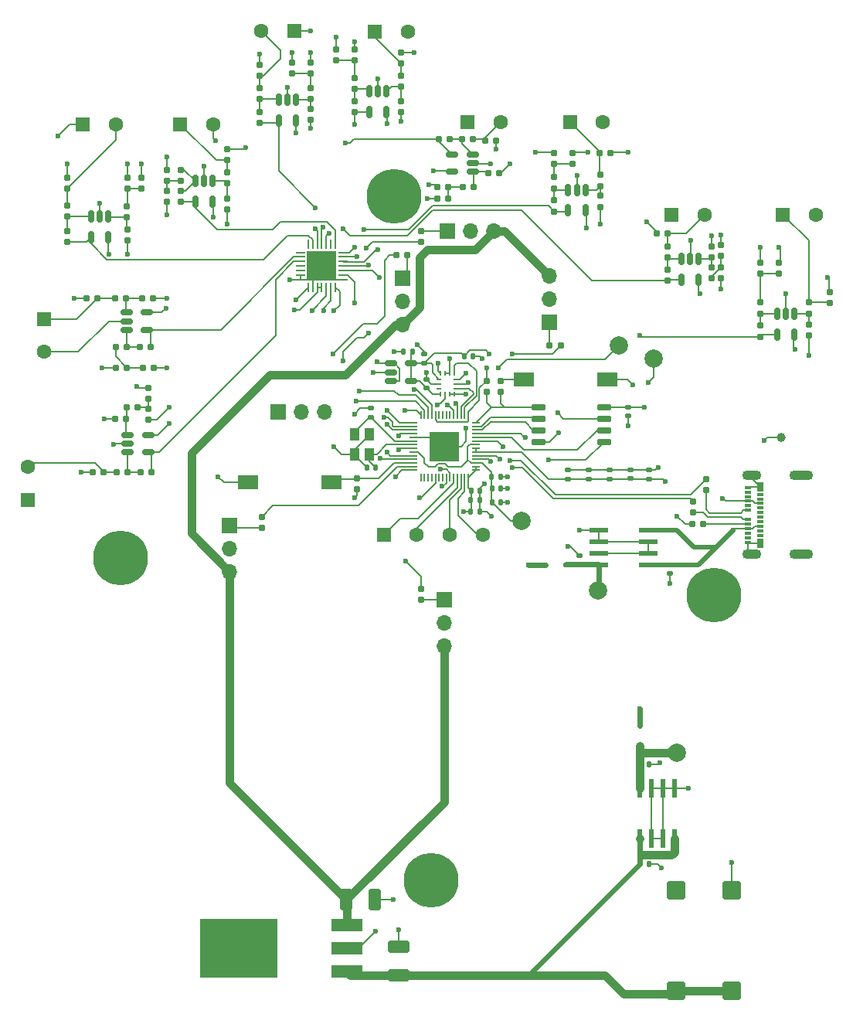
<source format=gtl>
%TF.GenerationSoftware,KiCad,Pcbnew,8.0.6*%
%TF.CreationDate,2024-11-28T00:35:05-08:00*%
%TF.ProjectId,eecsc206a,65656373-6332-4303-9661-2e6b69636164,rev?*%
%TF.SameCoordinates,Original*%
%TF.FileFunction,Copper,L1,Top*%
%TF.FilePolarity,Positive*%
%FSLAX46Y46*%
G04 Gerber Fmt 4.6, Leading zero omitted, Abs format (unit mm)*
G04 Created by KiCad (PCBNEW 8.0.6) date 2024-11-28 00:35:05*
%MOMM*%
%LPD*%
G01*
G04 APERTURE LIST*
G04 Aperture macros list*
%AMRoundRect*
0 Rectangle with rounded corners*
0 $1 Rounding radius*
0 $2 $3 $4 $5 $6 $7 $8 $9 X,Y pos of 4 corners*
0 Add a 4 corners polygon primitive as box body*
4,1,4,$2,$3,$4,$5,$6,$7,$8,$9,$2,$3,0*
0 Add four circle primitives for the rounded corners*
1,1,$1+$1,$2,$3*
1,1,$1+$1,$4,$5*
1,1,$1+$1,$6,$7*
1,1,$1+$1,$8,$9*
0 Add four rect primitives between the rounded corners*
20,1,$1+$1,$2,$3,$4,$5,0*
20,1,$1+$1,$4,$5,$6,$7,0*
20,1,$1+$1,$6,$7,$8,$9,0*
20,1,$1+$1,$8,$9,$2,$3,0*%
G04 Aperture macros list end*
%TA.AperFunction,SMDPad,CuDef*%
%ADD10RoundRect,0.160000X-0.197500X-0.160000X0.197500X-0.160000X0.197500X0.160000X-0.197500X0.160000X0*%
%TD*%
%TA.AperFunction,SMDPad,CuDef*%
%ADD11RoundRect,0.160000X-0.160000X0.197500X-0.160000X-0.197500X0.160000X-0.197500X0.160000X0.197500X0*%
%TD*%
%TA.AperFunction,SMDPad,CuDef*%
%ADD12RoundRect,0.160000X0.160000X-0.197500X0.160000X0.197500X-0.160000X0.197500X-0.160000X-0.197500X0*%
%TD*%
%TA.AperFunction,ComponentPad*%
%ADD13C,0.800000*%
%TD*%
%TA.AperFunction,ComponentPad*%
%ADD14C,6.000000*%
%TD*%
%TA.AperFunction,SMDPad,CuDef*%
%ADD15C,2.000000*%
%TD*%
%TA.AperFunction,ComponentPad*%
%ADD16C,1.600000*%
%TD*%
%TA.AperFunction,ComponentPad*%
%ADD17RoundRect,0.250000X-0.550000X-0.550000X0.550000X-0.550000X0.550000X0.550000X-0.550000X0.550000X0*%
%TD*%
%TA.AperFunction,SMDPad,CuDef*%
%ADD18C,1.000000*%
%TD*%
%TA.AperFunction,SMDPad,CuDef*%
%ADD19RoundRect,0.250000X-0.412500X-0.925000X0.412500X-0.925000X0.412500X0.925000X-0.412500X0.925000X0*%
%TD*%
%TA.AperFunction,HeatsinkPad*%
%ADD20R,3.250000X3.250000*%
%TD*%
%TA.AperFunction,SMDPad,CuDef*%
%ADD21RoundRect,0.062500X-0.425000X0.062500X-0.425000X-0.062500X0.425000X-0.062500X0.425000X0.062500X0*%
%TD*%
%TA.AperFunction,SMDPad,CuDef*%
%ADD22RoundRect,0.062500X-0.062500X0.425000X-0.062500X-0.425000X0.062500X-0.425000X0.062500X0.425000X0*%
%TD*%
%TA.AperFunction,SMDPad,CuDef*%
%ADD23RoundRect,0.140000X-0.170000X0.140000X-0.170000X-0.140000X0.170000X-0.140000X0.170000X0.140000X0*%
%TD*%
%TA.AperFunction,SMDPad,CuDef*%
%ADD24RoundRect,0.150000X-0.512500X-0.150000X0.512500X-0.150000X0.512500X0.150000X-0.512500X0.150000X0*%
%TD*%
%TA.AperFunction,SMDPad,CuDef*%
%ADD25RoundRect,0.160000X0.197500X0.160000X-0.197500X0.160000X-0.197500X-0.160000X0.197500X-0.160000X0*%
%TD*%
%TA.AperFunction,SMDPad,CuDef*%
%ADD26R,1.100000X1.400000*%
%TD*%
%TA.AperFunction,SMDPad,CuDef*%
%ADD27RoundRect,0.140000X-0.140000X-0.170000X0.140000X-0.170000X0.140000X0.170000X-0.140000X0.170000X0*%
%TD*%
%TA.AperFunction,ComponentPad*%
%ADD28RoundRect,0.250000X-0.550000X0.550000X-0.550000X-0.550000X0.550000X-0.550000X0.550000X0.550000X0*%
%TD*%
%TA.AperFunction,SMDPad,CuDef*%
%ADD29RoundRect,0.150000X-0.150000X0.512500X-0.150000X-0.512500X0.150000X-0.512500X0.150000X0.512500X0*%
%TD*%
%TA.AperFunction,ComponentPad*%
%ADD30O,1.700000X1.700000*%
%TD*%
%TA.AperFunction,ComponentPad*%
%ADD31R,1.700000X1.700000*%
%TD*%
%TA.AperFunction,SMDPad,CuDef*%
%ADD32RoundRect,0.150000X0.512500X0.150000X-0.512500X0.150000X-0.512500X-0.150000X0.512500X-0.150000X0*%
%TD*%
%TA.AperFunction,SMDPad,CuDef*%
%ADD33RoundRect,0.140000X0.140000X0.170000X-0.140000X0.170000X-0.140000X-0.170000X0.140000X-0.170000X0*%
%TD*%
%TA.AperFunction,SMDPad,CuDef*%
%ADD34RoundRect,0.150000X-0.650000X-0.150000X0.650000X-0.150000X0.650000X0.150000X-0.650000X0.150000X0*%
%TD*%
%TA.AperFunction,SMDPad,CuDef*%
%ADD35RoundRect,0.250000X0.750000X-0.750000X0.750000X0.750000X-0.750000X0.750000X-0.750000X-0.750000X0*%
%TD*%
%TA.AperFunction,SMDPad,CuDef*%
%ADD36R,2.000000X0.600000*%
%TD*%
%TA.AperFunction,SMDPad,CuDef*%
%ADD37RoundRect,0.140000X0.170000X-0.140000X0.170000X0.140000X-0.170000X0.140000X-0.170000X-0.140000X0*%
%TD*%
%TA.AperFunction,ComponentPad*%
%ADD38RoundRect,0.250000X0.550000X0.550000X-0.550000X0.550000X-0.550000X-0.550000X0.550000X-0.550000X0*%
%TD*%
%TA.AperFunction,HeatsinkPad*%
%ADD39R,3.200000X3.200000*%
%TD*%
%TA.AperFunction,SMDPad,CuDef*%
%ADD40RoundRect,0.050000X-0.387500X0.050000X-0.387500X-0.050000X0.387500X-0.050000X0.387500X0.050000X0*%
%TD*%
%TA.AperFunction,SMDPad,CuDef*%
%ADD41RoundRect,0.050000X-0.050000X0.387500X-0.050000X-0.387500X0.050000X-0.387500X0.050000X0.387500X0*%
%TD*%
%TA.AperFunction,SMDPad,CuDef*%
%ADD42RoundRect,0.125000X-0.125000X0.125000X-0.125000X-0.125000X0.125000X-0.125000X0.125000X0.125000X0*%
%TD*%
%TA.AperFunction,SMDPad,CuDef*%
%ADD43R,2.180000X1.600000*%
%TD*%
%TA.AperFunction,SMDPad,CuDef*%
%ADD44RoundRect,0.125000X-0.125000X-0.125000X0.125000X-0.125000X0.125000X0.125000X-0.125000X0.125000X0*%
%TD*%
%TA.AperFunction,SMDPad,CuDef*%
%ADD45R,8.458200X6.553200*%
%TD*%
%TA.AperFunction,SMDPad,CuDef*%
%ADD46R,3.505200X1.397000*%
%TD*%
%TA.AperFunction,SMDPad,CuDef*%
%ADD47R,0.475000X0.250000*%
%TD*%
%TA.AperFunction,SMDPad,CuDef*%
%ADD48R,0.250000X0.475000*%
%TD*%
%TA.AperFunction,ComponentPad*%
%ADD49RoundRect,0.250000X0.550000X-0.550000X0.550000X0.550000X-0.550000X0.550000X-0.550000X-0.550000X0*%
%TD*%
%TA.AperFunction,SMDPad,CuDef*%
%ADD50RoundRect,0.250000X0.925000X-0.412500X0.925000X0.412500X-0.925000X0.412500X-0.925000X-0.412500X0*%
%TD*%
%TA.AperFunction,SMDPad,CuDef*%
%ADD51R,0.600000X2.000000*%
%TD*%
%TA.AperFunction,ComponentPad*%
%ADD52O,2.600000X1.100000*%
%TD*%
%TA.AperFunction,ComponentPad*%
%ADD53O,2.100000X1.100000*%
%TD*%
%TA.AperFunction,SMDPad,CuDef*%
%ADD54R,0.700000X1.000000*%
%TD*%
%TA.AperFunction,SMDPad,CuDef*%
%ADD55R,0.700000X0.300000*%
%TD*%
%TA.AperFunction,ViaPad*%
%ADD56C,0.600000*%
%TD*%
%TA.AperFunction,Conductor*%
%ADD57C,0.200000*%
%TD*%
%TA.AperFunction,Conductor*%
%ADD58C,0.500000*%
%TD*%
%TA.AperFunction,Conductor*%
%ADD59C,0.600000*%
%TD*%
%TA.AperFunction,Conductor*%
%ADD60C,0.900000*%
%TD*%
G04 APERTURE END LIST*
D10*
%TO.P,R59,2*%
%TO.N,/Strain Gauges and Pressure Sensors/G5*%
X122682000Y-80264000D03*
%TO.P,R59,1*%
%TO.N,Net-(U17--)*%
X121487000Y-80264000D03*
%TD*%
D11*
%TO.P,R67,2*%
%TO.N,Net-(U13-+)*%
X120052500Y-66054500D03*
%TO.P,R67,1*%
%TO.N,Net-(R41-Pad1)*%
X120052500Y-64859500D03*
%TD*%
D12*
%TO.P,R25,2*%
%TO.N,+3V3*%
X143044000Y-47662500D03*
%TO.P,R25,1*%
%TO.N,Net-(R25-Pad1)*%
X143044000Y-48857500D03*
%TD*%
D11*
%TO.P,R52,2*%
%TO.N,/Strain Gauges and Pressure Sensors/G4*%
X125984000Y-64351500D03*
%TO.P,R52,1*%
%TO.N,Net-(U15--)*%
X125984000Y-63156500D03*
%TD*%
D13*
%TO.P,H4,1*%
%TO.N,N/C*%
X121630000Y-103378000D03*
X120970990Y-104968990D03*
X120970990Y-101787010D03*
X119380000Y-105628000D03*
D14*
X119380000Y-103378000D03*
D13*
X119380000Y-101128000D03*
X117789010Y-104968990D03*
X117789010Y-101787010D03*
X117130000Y-103378000D03*
%TD*%
D11*
%TO.P,R10,2*%
%TO.N,Net-(J6-Pin_1)*%
X134874000Y-100076000D03*
%TO.P,R10,1*%
%TO.N,/M4*%
X134874000Y-98881000D03*
%TD*%
D15*
%TO.P,TP4,1,1*%
%TO.N,+3V3*%
X177800000Y-81534000D03*
%TD*%
D12*
%TO.P,R2,2*%
%TO.N,/USB+*%
X182118000Y-97192500D03*
%TO.P,R2,1*%
%TO.N,D+*%
X182118000Y-98387500D03*
%TD*%
D16*
%TO.P,J8,2,Pin_2*%
%TO.N,GND*%
X195580000Y-65786000D03*
D17*
%TO.P,J8,1,Pin_1*%
%TO.N,Net-(J8-Pin_1)*%
X191980000Y-65786000D03*
%TD*%
D11*
%TO.P,R45,2*%
%TO.N,GND*%
X150114000Y-54535000D03*
%TO.P,R45,1*%
%TO.N,Net-(U9-+)*%
X150114000Y-53340000D03*
%TD*%
%TO.P,R72,2*%
%TO.N,GND*%
X140208000Y-55439500D03*
%TO.P,R72,1*%
%TO.N,Net-(U14-+)*%
X140208000Y-54244500D03*
%TD*%
D18*
%TO.P,TP5,1*%
%TO.N,GND*%
X191770000Y-90170000D03*
%TD*%
D10*
%TO.P,R21,2*%
%TO.N,+3V3*%
X173063500Y-59003000D03*
%TO.P,R21,1*%
%TO.N,Net-(J9-Pin_1)*%
X171868500Y-59003000D03*
%TD*%
D19*
%TO.P,C5,2*%
%TO.N,GND*%
X147206500Y-140843000D03*
%TO.P,C5,1*%
%TO.N,+5V*%
X144131500Y-140843000D03*
%TD*%
D10*
%TO.P,R58,2*%
%TO.N,GND*%
X122936000Y-74930000D03*
%TO.P,R58,1*%
%TO.N,Net-(U17-+)*%
X121741000Y-74930000D03*
%TD*%
D11*
%TO.P,R44,2*%
%TO.N,Net-(U9--)*%
X145034000Y-51995000D03*
%TO.P,R44,1*%
%TO.N,Net-(R25-Pad1)*%
X145034000Y-50800000D03*
%TD*%
D12*
%TO.P,R63,2*%
%TO.N,+3V3*%
X138218000Y-49164500D03*
%TO.P,R63,1*%
%TO.N,Net-(R63-Pad1)*%
X138218000Y-50359500D03*
%TD*%
D16*
%TO.P,J15,2,Pin_2*%
%TO.N,Net-(J15-Pin_2)*%
X118872000Y-55880000D03*
D17*
%TO.P,J15,1,Pin_1*%
%TO.N,+3V3*%
X115272000Y-55880000D03*
%TD*%
D10*
%TO.P,R81,2*%
%TO.N,/Strain Gauges and Pressure Sensors/P5*%
X122771500Y-93980000D03*
%TO.P,R81,1*%
%TO.N,Net-(U11--)*%
X121576500Y-93980000D03*
%TD*%
D11*
%TO.P,R24,2*%
%TO.N,GND*%
X171958000Y-64934500D03*
%TO.P,R24,1*%
%TO.N,Net-(U8-+)*%
X171958000Y-63739500D03*
%TD*%
D12*
%TO.P,R62,2*%
%TO.N,GND*%
X120142000Y-61722000D03*
%TO.P,R62,1*%
%TO.N,Net-(R41-Pad1)*%
X120142000Y-62917000D03*
%TD*%
D10*
%TO.P,R33,2*%
%TO.N,Net-(U12-+)*%
X158077500Y-62738000D03*
%TO.P,R33,1*%
%TO.N,Net-(R27-Pad1)*%
X156882500Y-62738000D03*
%TD*%
D20*
%TO.P,U6,29,EP*%
%TO.N,GND*%
X141430000Y-71422000D03*
D21*
%TO.P,U6,28,AIN2*%
%TO.N,/Strain Gauges and Pressure Sensors/G3*%
X143792500Y-69922000D03*
%TO.P,U6,27,AIN1*%
%TO.N,/Strain Gauges and Pressure Sensors/G2*%
X143792500Y-70422000D03*
%TO.P,U6,26,AIN0*%
%TO.N,/Strain Gauges and Pressure Sensors/G1*%
X143792500Y-70922000D03*
%TO.P,U6,25,~{EOC}*%
%TO.N,/EOC*%
X143792500Y-71422000D03*
%TO.P,U6,24,DOUT*%
%TO.N,/ADC_SDO*%
X143792500Y-71922000D03*
%TO.P,U6,23,OVDD*%
%TO.N,+3V3*%
X143792500Y-72422000D03*
%TO.P,U6,22,DGND*%
%TO.N,GND*%
X143792500Y-72922000D03*
D22*
%TO.P,U6,21,DIN*%
%TO.N,/ADC_SDI*%
X142930000Y-73784500D03*
%TO.P,U6,20,~{CS}*%
%TO.N,/ADC_CS*%
X142430000Y-73784500D03*
%TO.P,U6,19,SCLK*%
%TO.N,/ADC_SCLK*%
X141930000Y-73784500D03*
%TO.P,U6,18,VDD*%
%TO.N,+3V3*%
X141430000Y-73784500D03*
%TO.P,U6,17,VDD*%
X140930000Y-73784500D03*
%TO.P,U6,16,GND*%
%TO.N,GND*%
X140430000Y-73784500D03*
%TO.P,U6,15,REF+*%
%TO.N,+3V3*%
X139930000Y-73784500D03*
D21*
%TO.P,U6,14,GND*%
%TO.N,GND*%
X139067500Y-72922000D03*
%TO.P,U6,13,REF-/AIN15*%
X139067500Y-72422000D03*
%TO.P,U6,12,~{CNVST}/AIN14*%
%TO.N,unconnected-(U6-~{CNVST}{slash}AIN14-Pad12)*%
X139067500Y-71922000D03*
%TO.P,U6,11,AIN13*%
%TO.N,unconnected-(U6-AIN13-Pad11)*%
X139067500Y-71422000D03*
%TO.P,U6,10,AIN12*%
%TO.N,/Strain Gauges and Pressure Sensors/P5*%
X139067500Y-70922000D03*
%TO.P,U6,9,AIN11*%
%TO.N,/Strain Gauges and Pressure Sensors/G5*%
X139067500Y-70422000D03*
%TO.P,U6,8,AIN10*%
%TO.N,unconnected-(U6-AIN10-Pad8)*%
X139067500Y-69922000D03*
D22*
%TO.P,U6,7,AIN9*%
%TO.N,unconnected-(U6-AIN9-Pad7)*%
X139930000Y-69059500D03*
%TO.P,U6,6,AIN8*%
%TO.N,/Strain Gauges and Pressure Sensors/P4*%
X140430000Y-69059500D03*
%TO.P,U6,5,AIN7*%
%TO.N,/Strain Gauges and Pressure Sensors/P3*%
X140930000Y-69059500D03*
%TO.P,U6,4,AIN6*%
%TO.N,/Strain Gauges and Pressure Sensors/P2*%
X141430000Y-69059500D03*
%TO.P,U6,3,AIN5*%
%TO.N,/Strain Gauges and Pressure Sensors/P1*%
X141930000Y-69059500D03*
%TO.P,U6,2,AIN4*%
%TO.N,unconnected-(U6-AIN4-Pad2)*%
X142430000Y-69059500D03*
%TO.P,U6,1,AIN3*%
%TO.N,/Strain Gauges and Pressure Sensors/G4*%
X142930000Y-69059500D03*
%TD*%
D23*
%TO.P,C18,2*%
%TO.N,GND*%
X175006000Y-87856000D03*
%TO.P,C18,1*%
%TO.N,+3V3*%
X175006000Y-86896000D03*
%TD*%
D10*
%TO.P,R8,2*%
%TO.N,Net-(J4-Pin_1)*%
X150801000Y-70231000D03*
%TO.P,R8,1*%
%TO.N,/M2*%
X149606000Y-70231000D03*
%TD*%
D24*
%TO.P,U11,5,V+*%
%TO.N,+3V3*%
X122428000Y-89916000D03*
%TO.P,U11,4*%
%TO.N,/Strain Gauges and Pressure Sensors/P5*%
X122428000Y-91816000D03*
%TO.P,U11,3,-*%
%TO.N,Net-(U11--)*%
X120153000Y-91816000D03*
%TO.P,U11,2,V-*%
%TO.N,GND*%
X120153000Y-90866000D03*
%TO.P,U11,1,+*%
%TO.N,Net-(U11-+)*%
X120153000Y-89916000D03*
%TD*%
%TO.P,U5,5,VOUT*%
%TO.N,+1V8*%
X151251500Y-82108000D03*
%TO.P,U5,4,SENSE/ADJ*%
X151251500Y-84008000D03*
%TO.P,U5,3,EN*%
%TO.N,+3V3*%
X148976500Y-84008000D03*
%TO.P,U5,2,GND*%
%TO.N,GND*%
X148976500Y-83058000D03*
%TO.P,U5,1,VIN*%
%TO.N,+3V3*%
X148976500Y-82108000D03*
%TD*%
D25*
%TO.P,R53,2*%
%TO.N,+3V3*%
X118872000Y-82550000D03*
%TO.P,R53,1*%
%TO.N,Net-(R53-Pad1)*%
X120067000Y-82550000D03*
%TD*%
D12*
%TO.P,R26,2*%
%TO.N,GND*%
X145034000Y-47662500D03*
%TO.P,R26,1*%
%TO.N,Net-(R25-Pad1)*%
X145034000Y-48857500D03*
%TD*%
D11*
%TO.P,R43,2*%
%TO.N,Net-(U9-+)*%
X150114000Y-51741000D03*
%TO.P,R43,1*%
%TO.N,Net-(J10-Pin_1)*%
X150114000Y-50546000D03*
%TD*%
D15*
%TO.P,TP1,1,1*%
%TO.N,Net-(D1-A)*%
X171704000Y-106934000D03*
%TD*%
D11*
%TO.P,R71,2*%
%TO.N,Net-(U14--)*%
X134620000Y-53153500D03*
%TO.P,R71,1*%
%TO.N,Net-(J16-Pin_2)*%
X134620000Y-51958500D03*
%TD*%
D15*
%TO.P,TP5,1,1*%
%TO.N,+1V1*%
X163322000Y-99314000D03*
%TD*%
D12*
%TO.P,R65,2*%
%TO.N,GND*%
X113538000Y-61722000D03*
%TO.P,R65,1*%
%TO.N,Net-(J15-Pin_2)*%
X113538000Y-62917000D03*
%TD*%
%TO.P,R6,2*%
%TO.N,+3V3*%
X159512000Y-83984500D03*
%TO.P,R6,1*%
%TO.N,/QSPI_CS*%
X159512000Y-85179500D03*
%TD*%
D11*
%TO.P,R51,2*%
%TO.N,GND*%
X131064000Y-65203000D03*
%TO.P,R51,1*%
%TO.N,Net-(U15-+)*%
X131064000Y-64008000D03*
%TD*%
D25*
%TO.P,R35,2*%
%TO.N,Net-(U12--)*%
X156793000Y-57526000D03*
%TO.P,R35,1*%
%TO.N,Net-(J13-Pin_2)*%
X157988000Y-57526000D03*
%TD*%
%TO.P,R9,2*%
%TO.N,Net-(J5-Pin_1)*%
X166407500Y-80137000D03*
%TO.P,R9,1*%
%TO.N,/M3*%
X167602500Y-80137000D03*
%TD*%
D26*
%TO.P,X1,4,4*%
%TO.N,GND*%
X146634002Y-89832000D03*
%TO.P,X1,3,3*%
%TO.N,/XOUT*%
X146634002Y-92032000D03*
%TO.P,X1,2,2*%
%TO.N,GND*%
X145034000Y-92032000D03*
%TO.P,X1,1,1*%
%TO.N,/XIN*%
X145034000Y-89832000D03*
%TD*%
D27*
%TO.P,C8,2*%
%TO.N,GND*%
X158722000Y-98298000D03*
%TO.P,C8,1*%
%TO.N,+3V3*%
X157762000Y-98298000D03*
%TD*%
D12*
%TO.P,R7,2*%
%TO.N,Net-(J3-Pin_1)*%
X152273000Y-67601500D03*
%TO.P,R7,1*%
%TO.N,/M1*%
X152273000Y-68796500D03*
%TD*%
%TO.P,R30,2*%
%TO.N,GND*%
X185166000Y-69088000D03*
%TO.P,R30,1*%
%TO.N,Net-(R29-Pad1)*%
X185166000Y-70283000D03*
%TD*%
D11*
%TO.P,R73,2*%
%TO.N,/Strain Gauges and Pressure Sensors/P4*%
X113538000Y-68759000D03*
%TO.P,R73,1*%
%TO.N,Net-(U13--)*%
X113538000Y-67564000D03*
%TD*%
D16*
%TO.P,J12,2,Pin_2*%
%TO.N,GND*%
X110998000Y-80816000D03*
D28*
%TO.P,J12,1,Pin_1*%
%TO.N,Net-(J12-Pin_1)*%
X110998000Y-77216000D03*
%TD*%
D12*
%TO.P,R38,2*%
%TO.N,GND*%
X184150000Y-69252500D03*
%TO.P,R38,1*%
%TO.N,Net-(U10-+)*%
X184150000Y-70447500D03*
%TD*%
D10*
%TO.P,R79,2*%
%TO.N,Net-(U11--)*%
X120142000Y-93980000D03*
%TO.P,R79,1*%
%TO.N,Net-(J17-Pin_2)*%
X118947000Y-93980000D03*
%TD*%
D25*
%TO.P,R1,2*%
%TO.N,GND*%
X182028500Y-99695000D03*
%TO.P,R1,1*%
%TO.N,Net-(P1-CC)*%
X183223500Y-99695000D03*
%TD*%
D11*
%TO.P,R4,2*%
%TO.N,+3V3*%
X145288000Y-95847500D03*
%TO.P,R4,1*%
%TO.N,/RUN*%
X145288000Y-94652500D03*
%TD*%
D27*
%TO.P,C15,2*%
%TO.N,GND*%
X161036000Y-97282000D03*
%TO.P,C15,1*%
%TO.N,+1V1*%
X160076000Y-97282000D03*
%TD*%
D25*
%TO.P,R27,2*%
%TO.N,+3V3*%
X154088500Y-62738000D03*
%TO.P,R27,1*%
%TO.N,Net-(R27-Pad1)*%
X155283500Y-62738000D03*
%TD*%
D29*
%TO.P,U14,5,V+*%
%TO.N,+3V3*%
X138618000Y-55471500D03*
%TO.P,U14,4*%
%TO.N,/Strain Gauges and Pressure Sensors/P3*%
X136718000Y-55471500D03*
%TO.P,U14,3,-*%
%TO.N,Net-(U14--)*%
X136718000Y-53196500D03*
%TO.P,U14,2,V-*%
%TO.N,GND*%
X137668000Y-53196500D03*
%TO.P,U14,1,+*%
%TO.N,Net-(U14-+)*%
X138618000Y-53196500D03*
%TD*%
D11*
%TO.P,R18,2*%
%TO.N,/Strain Gauges and Pressure Sensors/G1*%
X189484000Y-79158500D03*
%TO.P,R18,1*%
%TO.N,Net-(U16--)*%
X189484000Y-77963500D03*
%TD*%
D16*
%TO.P,J18,4,Pin_4*%
%TO.N,Net-(J18-Pin_4)*%
X159048000Y-100838000D03*
%TO.P,J18,3,Pin_3*%
%TO.N,Net-(J18-Pin_3)*%
X155448000Y-100838000D03*
%TO.P,J18,2,Pin_2*%
%TO.N,Net-(J18-Pin_2)*%
X151848000Y-100838000D03*
D17*
%TO.P,J18,1,Pin_1*%
%TO.N,Net-(J18-Pin_1)*%
X148248000Y-100838000D03*
%TD*%
D30*
%TO.P,J5,3,Pin_3*%
%TO.N,+5V*%
X166370000Y-72502000D03*
%TO.P,J5,2,Pin_2*%
%TO.N,GND*%
X166370000Y-75042000D03*
D31*
%TO.P,J5,1,Pin_1*%
%TO.N,Net-(J5-Pin_1)*%
X166370000Y-77582000D03*
%TD*%
D10*
%TO.P,R56,2*%
%TO.N,Net-(U17-+)*%
X119977500Y-74930000D03*
%TO.P,R56,1*%
%TO.N,Net-(J12-Pin_1)*%
X118782500Y-74930000D03*
%TD*%
D12*
%TO.P,R34,2*%
%TO.N,Net-(U10-+)*%
X184150000Y-71538500D03*
%TO.P,R34,1*%
%TO.N,Net-(R29-Pad1)*%
X184150000Y-72733500D03*
%TD*%
D32*
%TO.P,U12,5,V+*%
%TO.N,+3V3*%
X155702000Y-61082000D03*
%TO.P,U12,4*%
%TO.N,/Strain Gauges and Pressure Sensors/P2*%
X155702000Y-59182000D03*
%TO.P,U12,3,-*%
%TO.N,Net-(U12--)*%
X157977000Y-59182000D03*
%TO.P,U12,2,V-*%
%TO.N,GND*%
X157977000Y-60132000D03*
%TO.P,U12,1,+*%
%TO.N,Net-(U12-+)*%
X157977000Y-61082000D03*
%TD*%
D33*
%TO.P,C22,2*%
%TO.N,GND*%
X150396000Y-80772000D03*
%TO.P,C22,1*%
%TO.N,+1V8*%
X151356000Y-80772000D03*
%TD*%
D11*
%TO.P,R74,2*%
%TO.N,/Strain Gauges and Pressure Sensors/P3*%
X134620000Y-55715500D03*
%TO.P,R74,1*%
%TO.N,Net-(U14--)*%
X134620000Y-54520500D03*
%TD*%
D10*
%TO.P,R31,2*%
%TO.N,GND*%
X160528000Y-57658000D03*
%TO.P,R31,1*%
%TO.N,Net-(J13-Pin_2)*%
X159333000Y-57658000D03*
%TD*%
D34*
%TO.P,U4,8,VCC*%
%TO.N,+3V3*%
X172383000Y-86868000D03*
%TO.P,U4,7,IO3*%
%TO.N,/QSPI_SD3*%
X172383000Y-88138000D03*
%TO.P,U4,6,CLK*%
%TO.N,/QSPI_SCLK*%
X172383000Y-89408000D03*
%TO.P,U4,5,DI(IO0)*%
%TO.N,/QSPI_SD0*%
X172383000Y-90678000D03*
%TO.P,U4,4,GND*%
%TO.N,GND*%
X165183000Y-90678000D03*
%TO.P,U4,3,IO2*%
%TO.N,/QSPI_SD2*%
X165183000Y-89408000D03*
%TO.P,U4,2,DO(IO1)*%
%TO.N,/QSPI_SD1*%
X165183000Y-88138000D03*
%TO.P,U4,1,~{CS}*%
%TO.N,/QSPI_CS*%
X165183000Y-86868000D03*
%TD*%
D27*
%TO.P,C14,2*%
%TO.N,GND*%
X158750000Y-96012000D03*
%TO.P,C14,1*%
%TO.N,+3V3*%
X157790000Y-96012000D03*
%TD*%
D30*
%TO.P,J7,3,Pin_3*%
%TO.N,+5V*%
X154813000Y-113030000D03*
%TO.P,J7,2,Pin_2*%
%TO.N,GND*%
X154813000Y-110490000D03*
D31*
%TO.P,J7,1,Pin_1*%
%TO.N,Net-(J7-Pin_1)*%
X154813000Y-107950000D03*
%TD*%
D12*
%TO.P,R3,2*%
%TO.N,/USB-*%
X183515000Y-94779500D03*
%TO.P,R3,1*%
%TO.N,D-*%
X183515000Y-95974500D03*
%TD*%
D25*
%TO.P,R80,2*%
%TO.N,GND*%
X118782500Y-88138000D03*
%TO.P,R80,1*%
%TO.N,Net-(U11-+)*%
X119977500Y-88138000D03*
%TD*%
D35*
%TO.P,J2,3*%
%TO.N,N/C*%
X180214000Y-139788000D03*
%TO.P,J2,2*%
%TO.N,GND*%
X186364000Y-139788000D03*
%TO.P,J2,1*%
%TO.N,+12V*%
X186364000Y-150788000D03*
X180214000Y-150788000D03*
%TD*%
D16*
%TO.P,J9,2,Pin_2*%
%TO.N,GND*%
X172234000Y-55626000D03*
D17*
%TO.P,J9,1,Pin_1*%
%TO.N,Net-(J9-Pin_1)*%
X168634000Y-55626000D03*
%TD*%
D11*
%TO.P,R70,2*%
%TO.N,GND*%
X120142000Y-68594500D03*
%TO.P,R70,1*%
%TO.N,Net-(U13-+)*%
X120142000Y-67399500D03*
%TD*%
D30*
%TO.P,J6,3,Pin_3*%
%TO.N,+5V*%
X131318000Y-104902000D03*
%TO.P,J6,2,Pin_2*%
%TO.N,GND*%
X131318000Y-102362000D03*
D31*
%TO.P,J6,1,Pin_1*%
%TO.N,Net-(J6-Pin_1)*%
X131318000Y-99822000D03*
%TD*%
D36*
%TO.P,U7,8,OUT*%
%TO.N,Net-(D1-A)*%
X171773000Y-104140000D03*
%TO.P,U7,7,GND*%
%TO.N,GND*%
X171773000Y-102870000D03*
%TO.P,U7,6,GND*%
X171773000Y-101600000D03*
%TO.P,U7,5,SET*%
X171773000Y-100330000D03*
%TO.P,U7,4,~{OFF}*%
%TO.N,VBUS*%
X177223000Y-100330000D03*
%TO.P,U7,3,GND*%
%TO.N,GND*%
X177223000Y-101600000D03*
%TO.P,U7,2,GND*%
X177223000Y-102870000D03*
%TO.P,U7,1,IN*%
%TO.N,VBUS*%
X177223000Y-104140000D03*
%TD*%
D25*
%TO.P,R32,2*%
%TO.N,GND*%
X178129000Y-67818000D03*
%TO.P,R32,1*%
%TO.N,Net-(J14-Pin_2)*%
X179324000Y-67818000D03*
%TD*%
D11*
%TO.P,R15,2*%
%TO.N,GND*%
X194818000Y-78994000D03*
%TO.P,R15,1*%
%TO.N,Net-(U16-+)*%
X194818000Y-77799000D03*
%TD*%
D29*
%TO.P,U16,5,V+*%
%TO.N,+3V3*%
X193228000Y-78936500D03*
%TO.P,U16,4*%
%TO.N,/Strain Gauges and Pressure Sensors/G1*%
X191328000Y-78936500D03*
%TO.P,U16,3,-*%
%TO.N,Net-(U16--)*%
X191328000Y-76661500D03*
%TO.P,U16,2,V-*%
%TO.N,GND*%
X192278000Y-76661500D03*
%TO.P,U16,1,+*%
%TO.N,Net-(U16-+)*%
X193228000Y-76661500D03*
%TD*%
D37*
%TO.P,C12,2*%
%TO.N,GND*%
X175260000Y-93754000D03*
%TO.P,C12,1*%
%TO.N,+3V3*%
X175260000Y-94714000D03*
%TD*%
D27*
%TO.P,C7,2*%
%TO.N,GND*%
X158722000Y-97028000D03*
%TO.P,C7,1*%
%TO.N,+3V3*%
X157762000Y-97028000D03*
%TD*%
D10*
%TO.P,R36,2*%
%TO.N,GND*%
X160871500Y-61214000D03*
%TO.P,R36,1*%
%TO.N,Net-(U12-+)*%
X159676500Y-61214000D03*
%TD*%
D27*
%TO.P,C6,2*%
%TO.N,GND*%
X177264000Y-125984000D03*
%TO.P,C6,1*%
%TO.N,Net-(D2-A)*%
X176304000Y-125984000D03*
%TD*%
D16*
%TO.P,J16,2,Pin_2*%
%TO.N,Net-(J16-Pin_2)*%
X134830000Y-45698000D03*
D38*
%TO.P,J16,1,Pin_1*%
%TO.N,+3V3*%
X138430000Y-45698000D03*
%TD*%
D11*
%TO.P,R61,2*%
%TO.N,/Strain Gauges and Pressure Sensors/G2*%
X166920000Y-65442500D03*
%TO.P,R61,1*%
%TO.N,Net-(U8--)*%
X166920000Y-64247500D03*
%TD*%
D16*
%TO.P,J11,2,Pin_2*%
%TO.N,GND*%
X129540000Y-55880000D03*
D17*
%TO.P,J11,1,Pin_1*%
%TO.N,Net-(J11-Pin_1)*%
X125940000Y-55880000D03*
%TD*%
D39*
%TO.P,U3,57,GND*%
%TO.N,GND*%
X154886000Y-91194500D03*
D40*
%TO.P,U3,56,QSPI_SS*%
%TO.N,/QSPI_CS*%
X158323500Y-88594500D03*
%TO.P,U3,55,QSPI_SD1*%
%TO.N,/QSPI_SD1*%
X158323500Y-88994500D03*
%TO.P,U3,54,QSPI_SD2*%
%TO.N,/QSPI_SD2*%
X158323500Y-89394500D03*
%TO.P,U3,53,QSPI_SD0*%
%TO.N,/QSPI_SD0*%
X158323500Y-89794500D03*
%TO.P,U3,52,QSPI_SCLK*%
%TO.N,/QSPI_SCLK*%
X158323500Y-90194500D03*
%TO.P,U3,51,QSPI_SD3*%
%TO.N,/QSPI_SD3*%
X158323500Y-90594500D03*
%TO.P,U3,50,DVDD*%
%TO.N,+1V1*%
X158323500Y-90994500D03*
%TO.P,U3,49,IOVDD*%
%TO.N,+3V3*%
X158323500Y-91394500D03*
%TO.P,U3,48,USB_VDD*%
X158323500Y-91794500D03*
%TO.P,U3,47,USB_DP*%
%TO.N,/USB+*%
X158323500Y-92194500D03*
%TO.P,U3,46,USB_DM*%
%TO.N,/USB-*%
X158323500Y-92594500D03*
%TO.P,U3,45,VREG_VOUT*%
%TO.N,+1V1*%
X158323500Y-92994500D03*
%TO.P,U3,44,VREG_IN*%
%TO.N,+3V3*%
X158323500Y-93394500D03*
%TO.P,U3,43,ADC_AVDD*%
X158323500Y-93794500D03*
D41*
%TO.P,U3,42,IOVDD*%
X157486000Y-94632000D03*
%TO.P,U3,41,GPIO29_ADC3*%
%TO.N,Net-(J18-Pin_4)*%
X157086000Y-94632000D03*
%TO.P,U3,40,GPIO28_ADC2*%
%TO.N,Net-(J18-Pin_3)*%
X156686000Y-94632000D03*
%TO.P,U3,39,GPIO27_ADC1*%
%TO.N,Net-(J18-Pin_2)*%
X156286000Y-94632000D03*
%TO.P,U3,38,GPIO26_ADC0*%
%TO.N,Net-(J18-Pin_1)*%
X155886000Y-94632000D03*
%TO.P,U3,37,GPIO25*%
%TO.N,/IMU/INT_2*%
X155486000Y-94632000D03*
%TO.P,U3,36,GPIO24*%
%TO.N,/IMU/INT*%
X155086000Y-94632000D03*
%TO.P,U3,35,GPIO23*%
%TO.N,unconnected-(U3-GPIO23-Pad35)*%
X154686000Y-94632000D03*
%TO.P,U3,34,GPIO22*%
%TO.N,unconnected-(U3-GPIO22-Pad34)*%
X154286000Y-94632000D03*
%TO.P,U3,33,IOVDD*%
%TO.N,+3V3*%
X153886000Y-94632000D03*
%TO.P,U3,32,GPIO21*%
%TO.N,unconnected-(U3-GPIO21-Pad32)*%
X153486000Y-94632000D03*
%TO.P,U3,31,GPIO20*%
%TO.N,unconnected-(U3-GPIO20-Pad31)*%
X153086000Y-94632000D03*
%TO.P,U3,30,GPIO19*%
%TO.N,unconnected-(U3-GPIO19-Pad30)*%
X152686000Y-94632000D03*
%TO.P,U3,29,GPIO18*%
%TO.N,unconnected-(U3-GPIO18-Pad29)*%
X152286000Y-94632000D03*
D40*
%TO.P,U3,28,GPIO17*%
%TO.N,/M5*%
X151448500Y-93794500D03*
%TO.P,U3,27,GPIO16*%
%TO.N,/M4*%
X151448500Y-93394500D03*
%TO.P,U3,26,RUN*%
%TO.N,/RUN*%
X151448500Y-92994500D03*
%TO.P,U3,25,SWD*%
%TO.N,Net-(J1-Pin_1)*%
X151448500Y-92594500D03*
%TO.P,U3,24,SWCLK*%
%TO.N,Net-(J1-Pin_3)*%
X151448500Y-92194500D03*
%TO.P,U3,23,DVDD*%
%TO.N,+1V1*%
X151448500Y-91794500D03*
%TO.P,U3,22,IOVDD*%
%TO.N,+3V3*%
X151448500Y-91394500D03*
%TO.P,U3,21,XOUT*%
%TO.N,/XOUT*%
X151448500Y-90994500D03*
%TO.P,U3,20,XIN*%
%TO.N,/XIN*%
X151448500Y-90594500D03*
%TO.P,U3,19,TESTEN*%
%TO.N,GND*%
X151448500Y-90194500D03*
%TO.P,U3,18,GPIO15*%
%TO.N,/M3*%
X151448500Y-89794500D03*
%TO.P,U3,17,GPIO14*%
%TO.N,/M2*%
X151448500Y-89394500D03*
%TO.P,U3,16,GPIO13*%
%TO.N,/M1*%
X151448500Y-88994500D03*
%TO.P,U3,15,GPIO12*%
%TO.N,/EOC*%
X151448500Y-88594500D03*
D41*
%TO.P,U3,14,GPIO11*%
%TO.N,/ADC_SDI*%
X152286000Y-87757000D03*
%TO.P,U3,13,GPIO10*%
%TO.N,/ADC_SCLK*%
X152686000Y-87757000D03*
%TO.P,U3,12,GPIO9*%
%TO.N,/ADC_CS*%
X153086000Y-87757000D03*
%TO.P,U3,11,GPIO8*%
%TO.N,/ADC_SDO*%
X153486000Y-87757000D03*
%TO.P,U3,10,IOVDD*%
%TO.N,+3V3*%
X153886000Y-87757000D03*
%TO.P,U3,9,GPIO7*%
%TO.N,unconnected-(U3-GPIO7-Pad9)*%
X154286000Y-87757000D03*
%TO.P,U3,8,GPIO6*%
%TO.N,unconnected-(U3-GPIO6-Pad8)*%
X154686000Y-87757000D03*
%TO.P,U3,7,GPIO5*%
%TO.N,unconnected-(U3-GPIO5-Pad7)*%
X155086000Y-87757000D03*
%TO.P,U3,6,GPIO4*%
%TO.N,unconnected-(U3-GPIO4-Pad6)*%
X155486000Y-87757000D03*
%TO.P,U3,5,GPIO3*%
%TO.N,/IMU/SDI*%
X155886000Y-87757000D03*
%TO.P,U3,4,GPIO2*%
%TO.N,/IMU/SCL*%
X156286000Y-87757000D03*
%TO.P,U3,3,GPIO1*%
%TO.N,/IMU/CS*%
X156686000Y-87757000D03*
%TO.P,U3,2,GPIO0*%
%TO.N,/IMU/SDO*%
X157086000Y-87757000D03*
%TO.P,U3,1,IOVDD*%
%TO.N,+3V3*%
X157486000Y-87757000D03*
%TD*%
D12*
%TO.P,R66,2*%
%TO.N,GND*%
X134620000Y-49418500D03*
%TO.P,R66,1*%
%TO.N,Net-(J16-Pin_2)*%
X134620000Y-50613500D03*
%TD*%
D29*
%TO.P,U13,5,V+*%
%TO.N,+3V3*%
X118044000Y-68283000D03*
%TO.P,U13,4*%
%TO.N,/Strain Gauges and Pressure Sensors/P4*%
X116144000Y-68283000D03*
%TO.P,U13,3,-*%
%TO.N,Net-(U13--)*%
X116144000Y-66008000D03*
%TO.P,U13,2,V-*%
%TO.N,GND*%
X117094000Y-66008000D03*
%TO.P,U13,1,+*%
%TO.N,Net-(U13-+)*%
X118044000Y-66008000D03*
%TD*%
D11*
%TO.P,R68,2*%
%TO.N,Net-(U14-+)*%
X140208000Y-53153500D03*
%TO.P,R68,1*%
%TO.N,Net-(R63-Pad1)*%
X140208000Y-51958500D03*
%TD*%
D23*
%TO.P,C1,2*%
%TO.N,GND*%
X179578000Y-105100000D03*
%TO.P,C1,1*%
%TO.N,VBUS*%
X179578000Y-104140000D03*
%TD*%
D30*
%TO.P,J1,3,Pin_3*%
%TO.N,Net-(J1-Pin_3)*%
X141747000Y-87376000D03*
%TO.P,J1,2,Pin_2*%
%TO.N,unconnected-(J1-Pin_2-Pad2)*%
X139207000Y-87376000D03*
D31*
%TO.P,J1,1,Pin_1*%
%TO.N,Net-(J1-Pin_1)*%
X136667000Y-87376000D03*
%TD*%
D12*
%TO.P,R48,2*%
%TO.N,+3V3*%
X131064000Y-58584500D03*
%TO.P,R48,1*%
%TO.N,Net-(J11-Pin_1)*%
X131064000Y-59779500D03*
%TD*%
D11*
%TO.P,R11,2*%
%TO.N,Net-(J7-Pin_1)*%
X152273000Y-107950000D03*
%TO.P,R11,1*%
%TO.N,/M5*%
X152273000Y-106755000D03*
%TD*%
D16*
%TO.P,J13,2,Pin_2*%
%TO.N,Net-(J13-Pin_2)*%
X161036000Y-55626000D03*
D17*
%TO.P,J13,1,Pin_1*%
%TO.N,+3V3*%
X157436000Y-55626000D03*
%TD*%
D11*
%TO.P,R22,2*%
%TO.N,Net-(U8-+)*%
X171958000Y-62648500D03*
%TO.P,R22,1*%
%TO.N,Net-(J9-Pin_1)*%
X171958000Y-61453500D03*
%TD*%
D13*
%TO.P,H2,1*%
%TO.N,N/C*%
X155666000Y-138684000D03*
X155006990Y-140274990D03*
X155006990Y-137093010D03*
X153416000Y-140934000D03*
D14*
X153416000Y-138684000D03*
D13*
X153416000Y-136434000D03*
X151825010Y-140274990D03*
X151825010Y-137093010D03*
X151166000Y-138684000D03*
%TD*%
D29*
%TO.P,U10,5,V+*%
%TO.N,+3V3*%
X182748000Y-72898000D03*
%TO.P,U10,4*%
%TO.N,/Strain Gauges and Pressure Sensors/P1*%
X180848000Y-72898000D03*
%TO.P,U10,3,-*%
%TO.N,Net-(U10--)*%
X180848000Y-70623000D03*
%TO.P,U10,2,V-*%
%TO.N,GND*%
X181798000Y-70623000D03*
%TO.P,U10,1,+*%
%TO.N,Net-(U10-+)*%
X182748000Y-70623000D03*
%TD*%
D25*
%TO.P,R28,2*%
%TO.N,GND*%
X154088500Y-64008000D03*
%TO.P,R28,1*%
%TO.N,Net-(R27-Pad1)*%
X155283500Y-64008000D03*
%TD*%
D11*
%TO.P,R16,2*%
%TO.N,Net-(U16-+)*%
X194818000Y-76618500D03*
%TO.P,R16,1*%
%TO.N,Net-(J8-Pin_1)*%
X194818000Y-75423500D03*
%TD*%
D29*
%TO.P,U8,5,V+*%
%TO.N,+3V3*%
X170344000Y-65342000D03*
%TO.P,U8,4*%
%TO.N,/Strain Gauges and Pressure Sensors/G2*%
X168444000Y-65342000D03*
%TO.P,U8,3,-*%
%TO.N,Net-(U8--)*%
X168444000Y-63067000D03*
%TO.P,U8,2,V-*%
%TO.N,GND*%
X169394000Y-63067000D03*
%TO.P,U8,1,+*%
%TO.N,Net-(U8-+)*%
X170344000Y-63067000D03*
%TD*%
D12*
%TO.P,R13,2*%
%TO.N,+3V3*%
X191516000Y-71030500D03*
%TO.P,R13,1*%
%TO.N,Net-(R12-Pad1)*%
X191516000Y-72225500D03*
%TD*%
D37*
%TO.P,C9,2*%
%TO.N,GND*%
X168402000Y-93782000D03*
%TO.P,C9,1*%
%TO.N,+3V3*%
X168402000Y-94742000D03*
%TD*%
D11*
%TO.P,R60,2*%
%TO.N,/Strain Gauges and Pressure Sensors/G3*%
X145034000Y-54535000D03*
%TO.P,R60,1*%
%TO.N,Net-(U9--)*%
X145034000Y-53340000D03*
%TD*%
D27*
%TO.P,C16,2*%
%TO.N,GND*%
X161036000Y-95820000D03*
%TO.P,C16,1*%
%TO.N,+1V1*%
X160076000Y-95820000D03*
%TD*%
D11*
%TO.P,R29,2*%
%TO.N,+3V3*%
X185166000Y-72733500D03*
%TO.P,R29,1*%
%TO.N,Net-(R29-Pad1)*%
X185166000Y-71538500D03*
%TD*%
D16*
%TO.P,J14,2,Pin_2*%
%TO.N,Net-(J14-Pin_2)*%
X183388000Y-65786000D03*
D17*
%TO.P,J14,1,Pin_1*%
%TO.N,+3V3*%
X179788000Y-65786000D03*
%TD*%
D12*
%TO.P,R46,2*%
%TO.N,+3V3*%
X124460000Y-60870500D03*
%TO.P,R46,1*%
%TO.N,Net-(R46-Pad1)*%
X124460000Y-62065500D03*
%TD*%
D37*
%TO.P,C10,2*%
%TO.N,GND*%
X170688000Y-93782000D03*
%TO.P,C10,1*%
%TO.N,+3V3*%
X170688000Y-94742000D03*
%TD*%
D42*
%TO.P,D2,2,A*%
%TO.N,Net-(D2-A)*%
X176276000Y-123952000D03*
%TO.P,D2,1,K*%
%TO.N,+3V3*%
X176276000Y-121752000D03*
%TD*%
D13*
%TO.P,H3,1*%
%TO.N,N/C*%
X151602000Y-63754000D03*
X150942990Y-65344990D03*
X150942990Y-62163010D03*
X149352000Y-66004000D03*
D14*
X149352000Y-63754000D03*
D13*
X149352000Y-61504000D03*
X147761010Y-65344990D03*
X147761010Y-62163010D03*
X147102000Y-63754000D03*
%TD*%
D25*
%TO.P,R55,2*%
%TO.N,+3V3*%
X115645000Y-74930000D03*
%TO.P,R55,1*%
%TO.N,Net-(J12-Pin_1)*%
X116840000Y-74930000D03*
%TD*%
D11*
%TO.P,R37,2*%
%TO.N,Net-(U10--)*%
X179324000Y-70447500D03*
%TO.P,R37,1*%
%TO.N,Net-(J14-Pin_2)*%
X179324000Y-69252500D03*
%TD*%
%TO.P,R40,2*%
%TO.N,/Strain Gauges and Pressure Sensors/P1*%
X179324000Y-72987500D03*
%TO.P,R40,1*%
%TO.N,Net-(U10--)*%
X179324000Y-71792500D03*
%TD*%
%TO.P,R76,2*%
%TO.N,GND*%
X122428000Y-88227500D03*
%TO.P,R76,1*%
%TO.N,Net-(R75-Pad1)*%
X122428000Y-87032500D03*
%TD*%
%TO.P,R47,2*%
%TO.N,GND*%
X124460000Y-64351500D03*
%TO.P,R47,1*%
%TO.N,Net-(R46-Pad1)*%
X124460000Y-63156500D03*
%TD*%
D25*
%TO.P,R39,2*%
%TO.N,/Strain Gauges and Pressure Sensors/P2*%
X154253000Y-57526000D03*
%TO.P,R39,1*%
%TO.N,Net-(U12--)*%
X155448000Y-57526000D03*
%TD*%
D43*
%TO.P,SW2,2,A*%
%TO.N,GND*%
X133332000Y-95123000D03*
%TO.P,SW2,1,A*%
%TO.N,/RUN*%
X142512000Y-95123000D03*
%TD*%
D12*
%TO.P,R41,2*%
%TO.N,+3V3*%
X121666000Y-61722000D03*
%TO.P,R41,1*%
%TO.N,Net-(R41-Pad1)*%
X121666000Y-62917000D03*
%TD*%
D24*
%TO.P,U17,5,V+*%
%TO.N,+3V3*%
X122295500Y-76520000D03*
%TO.P,U17,4*%
%TO.N,/Strain Gauges and Pressure Sensors/G5*%
X122295500Y-78420000D03*
%TO.P,U17,3,-*%
%TO.N,Net-(U17--)*%
X120020500Y-78420000D03*
%TO.P,U17,2,V-*%
%TO.N,GND*%
X120020500Y-77470000D03*
%TO.P,U17,1,+*%
%TO.N,Net-(U17-+)*%
X120020500Y-76520000D03*
%TD*%
D10*
%TO.P,R54,2*%
%TO.N,GND*%
X123025500Y-82550000D03*
%TO.P,R54,1*%
%TO.N,Net-(R53-Pad1)*%
X121830500Y-82550000D03*
%TD*%
D44*
%TO.P,D1,2,A*%
%TO.N,Net-(D1-A)*%
X168148000Y-104140000D03*
%TO.P,D1,1,K*%
%TO.N,+3V3*%
X165948000Y-104140000D03*
%TD*%
D27*
%TO.P,C2,2*%
%TO.N,GND*%
X177264000Y-136906000D03*
%TO.P,C2,1*%
%TO.N,+12V*%
X176304000Y-136906000D03*
%TD*%
D37*
%TO.P,C3,2*%
%TO.N,GND*%
X169672000Y-103124000D03*
%TO.P,C3,1*%
%TO.N,Net-(D1-A)*%
X169672000Y-104084000D03*
%TD*%
%TO.P,C11,2*%
%TO.N,GND*%
X172974000Y-93782000D03*
%TO.P,C11,1*%
%TO.N,+3V3*%
X172974000Y-94742000D03*
%TD*%
D12*
%TO.P,R50,2*%
%TO.N,Net-(U15--)*%
X125984000Y-60870500D03*
%TO.P,R50,1*%
%TO.N,Net-(R46-Pad1)*%
X125984000Y-62065500D03*
%TD*%
D29*
%TO.P,U9,5,V+*%
%TO.N,+3V3*%
X148524000Y-54567000D03*
%TO.P,U9,4*%
%TO.N,/Strain Gauges and Pressure Sensors/G3*%
X146624000Y-54567000D03*
%TO.P,U9,3,-*%
%TO.N,Net-(U9--)*%
X146624000Y-52292000D03*
%TO.P,U9,2,V-*%
%TO.N,GND*%
X147574000Y-52292000D03*
%TO.P,U9,1,+*%
%TO.N,Net-(U9-+)*%
X148524000Y-52292000D03*
%TD*%
D45*
%TO.P,U2,4,4*%
%TO.N,unconnected-(U2-Pad4)*%
X132372100Y-146177000D03*
D46*
%TO.P,U2,3,OUT*%
%TO.N,+5V*%
X144170400Y-143637000D03*
%TO.P,U2,2,GND*%
%TO.N,GND*%
X144170400Y-146177000D03*
%TO.P,U2,1,IN*%
%TO.N,+12V*%
X144170400Y-148717000D03*
%TD*%
D11*
%TO.P,R5,2*%
%TO.N,/QSPI_CS*%
X161036000Y-85179500D03*
%TO.P,R5,1*%
%TO.N,/~{USB_BOOT}*%
X161036000Y-83984500D03*
%TD*%
D47*
%TO.P,MT1,14,AP_SDA/AP_SDIO/AP_SDI*%
%TO.N,/IMU/SDI*%
X156106500Y-83828000D03*
%TO.P,MT1,13,AP_SCL/AP_SCLK*%
%TO.N,/IMU/SCL*%
X156106500Y-84328000D03*
%TO.P,MT1,12,AP_CS*%
%TO.N,/IMU/CS*%
X156106500Y-84828000D03*
D48*
%TO.P,MT1,11,RESV__3*%
%TO.N,GND*%
X155944000Y-85490500D03*
%TO.P,MT1,10,RESV__2*%
X155444000Y-85490500D03*
%TO.P,MT1,9,INT2*%
%TO.N,/IMU/INT_2*%
X154944000Y-85490500D03*
%TO.P,MT1,8,VDD*%
%TO.N,+1V8*%
X154444000Y-85490500D03*
D47*
%TO.P,MT1,7,FSYNC*%
%TO.N,unconnected-(MT1-FSYNC-Pad7)*%
X154281500Y-84828000D03*
%TO.P,MT1,6,GND*%
%TO.N,GND*%
X154281500Y-84328000D03*
%TO.P,MT1,5,VDDIO*%
%TO.N,+1V8*%
X154281500Y-83828000D03*
D48*
%TO.P,MT1,4,INT1/INT*%
%TO.N,/IMU/INT*%
X154444000Y-83165500D03*
%TO.P,MT1,3,RESV__1*%
%TO.N,GND*%
X154944000Y-83165500D03*
%TO.P,MT1,2,RESV*%
X155444000Y-83165500D03*
%TO.P,MT1,1,AP_SDO/AP_AD0*%
%TO.N,/IMU/SDO*%
X155944000Y-83165500D03*
%TD*%
D27*
%TO.P,C17,2*%
%TO.N,GND*%
X161008000Y-94488000D03*
%TO.P,C17,1*%
%TO.N,+1V1*%
X160048000Y-94488000D03*
%TD*%
D25*
%TO.P,R78,2*%
%TO.N,Net-(U11-+)*%
X120052500Y-86868000D03*
%TO.P,R78,1*%
%TO.N,Net-(R75-Pad1)*%
X121247500Y-86868000D03*
%TD*%
D37*
%TO.P,C13,2*%
%TO.N,GND*%
X177292000Y-93782000D03*
%TO.P,C13,1*%
%TO.N,+3V3*%
X177292000Y-94742000D03*
%TD*%
%TO.P,C19,2*%
%TO.N,GND*%
X146812000Y-87023000D03*
%TO.P,C19,1*%
%TO.N,/XIN*%
X146812000Y-87983000D03*
%TD*%
D12*
%TO.P,R20,2*%
%TO.N,GND*%
X168910000Y-59003000D03*
%TO.P,R20,1*%
%TO.N,Net-(R19-Pad1)*%
X168910000Y-60198000D03*
%TD*%
D29*
%TO.P,U15,5,V+*%
%TO.N,+3V3*%
X129474000Y-64383500D03*
%TO.P,U15,4*%
%TO.N,/Strain Gauges and Pressure Sensors/G4*%
X127574000Y-64383500D03*
%TO.P,U15,3,-*%
%TO.N,Net-(U15--)*%
X127574000Y-62108500D03*
%TO.P,U15,2,V-*%
%TO.N,GND*%
X128524000Y-62108500D03*
%TO.P,U15,1,+*%
%TO.N,Net-(U15-+)*%
X129474000Y-62108500D03*
%TD*%
D33*
%TO.P,C20,2*%
%TO.N,GND*%
X146360000Y-93472000D03*
%TO.P,C20,1*%
%TO.N,/XOUT*%
X147320000Y-93472000D03*
%TD*%
D12*
%TO.P,R19,2*%
%TO.N,+3V3*%
X166920000Y-59003000D03*
%TO.P,R19,1*%
%TO.N,Net-(R19-Pad1)*%
X166920000Y-60198000D03*
%TD*%
D43*
%TO.P,SW1,2,A*%
%TO.N,GND*%
X172738000Y-83820000D03*
%TO.P,SW1,1,A*%
%TO.N,/~{USB_BOOT}*%
X163558000Y-83820000D03*
%TD*%
D37*
%TO.P,C24,2*%
%TO.N,GND*%
X152908000Y-83848000D03*
%TO.P,C24,1*%
%TO.N,+1V8*%
X152908000Y-84808000D03*
%TD*%
D16*
%TO.P,J17,2,Pin_2*%
%TO.N,Net-(J17-Pin_2)*%
X109198000Y-93428000D03*
D49*
%TO.P,J17,1,Pin_1*%
%TO.N,+3V3*%
X109198000Y-97028000D03*
%TD*%
D50*
%TO.P,C4,2*%
%TO.N,GND*%
X149860000Y-146036500D03*
%TO.P,C4,1*%
%TO.N,+12V*%
X149860000Y-149111500D03*
%TD*%
D15*
%TO.P,TP3,1,1*%
%TO.N,+1V8*%
X173990000Y-80137000D03*
%TD*%
D11*
%TO.P,R49,2*%
%TO.N,Net-(U15-+)*%
X131064000Y-62319500D03*
%TO.P,R49,1*%
%TO.N,Net-(J11-Pin_1)*%
X131064000Y-61124500D03*
%TD*%
D10*
%TO.P,R57,2*%
%TO.N,Net-(U17--)*%
X120052500Y-80264000D03*
%TO.P,R57,1*%
%TO.N,Net-(R53-Pad1)*%
X118857500Y-80264000D03*
%TD*%
D12*
%TO.P,R64,2*%
%TO.N,GND*%
X140208000Y-49164500D03*
%TO.P,R64,1*%
%TO.N,Net-(R63-Pad1)*%
X140208000Y-50359500D03*
%TD*%
D25*
%TO.P,R77,2*%
%TO.N,GND*%
X116332000Y-93980000D03*
%TO.P,R77,1*%
%TO.N,Net-(J17-Pin_2)*%
X117527000Y-93980000D03*
%TD*%
D16*
%TO.P,J10,2,Pin_2*%
%TO.N,GND*%
X150876000Y-45720000D03*
D17*
%TO.P,J10,1,Pin_1*%
%TO.N,Net-(J10-Pin_1)*%
X147276000Y-45720000D03*
%TD*%
D11*
%TO.P,R69,2*%
%TO.N,Net-(U13--)*%
X113538000Y-65965000D03*
%TO.P,R69,1*%
%TO.N,Net-(J15-Pin_2)*%
X113538000Y-64770000D03*
%TD*%
D12*
%TO.P,R12,2*%
%TO.N,GND*%
X189526000Y-71030500D03*
%TO.P,R12,1*%
%TO.N,Net-(R12-Pad1)*%
X189526000Y-72225500D03*
%TD*%
%TO.P,R75,2*%
%TO.N,+3V3*%
X122428000Y-84746500D03*
%TO.P,R75,1*%
%TO.N,Net-(R75-Pad1)*%
X122428000Y-85941500D03*
%TD*%
D11*
%TO.P,R17,2*%
%TO.N,Net-(U16--)*%
X189484000Y-76618500D03*
%TO.P,R17,1*%
%TO.N,Net-(R12-Pad1)*%
X189484000Y-75423500D03*
%TD*%
D30*
%TO.P,J4,3,Pin_3*%
%TO.N,+5V*%
X150241000Y-77851000D03*
%TO.P,J4,2,Pin_2*%
%TO.N,GND*%
X150241000Y-75311000D03*
D31*
%TO.P,J4,1,Pin_1*%
%TO.N,Net-(J4-Pin_1)*%
X150241000Y-72771000D03*
%TD*%
D30*
%TO.P,J3,3,Pin_3*%
%TO.N,+5V*%
X160274000Y-67564000D03*
%TO.P,J3,2,Pin_2*%
%TO.N,GND*%
X157734000Y-67564000D03*
D31*
%TO.P,J3,1,Pin_1*%
%TO.N,Net-(J3-Pin_1)*%
X155194000Y-67564000D03*
%TD*%
D37*
%TO.P,C23,2*%
%TO.N,GND*%
X152654000Y-81082000D03*
%TO.P,C23,1*%
%TO.N,+1V8*%
X152654000Y-82042000D03*
%TD*%
D12*
%TO.P,R42,2*%
%TO.N,+3V3*%
X150114000Y-48006000D03*
%TO.P,R42,1*%
%TO.N,Net-(J10-Pin_1)*%
X150114000Y-49201000D03*
%TD*%
D51*
%TO.P,U1,8,OUT*%
%TO.N,Net-(D2-A)*%
X176276000Y-128662000D03*
%TO.P,U1,7,GND*%
%TO.N,GND*%
X177546000Y-128662000D03*
%TO.P,U1,6,GND*%
X178816000Y-128662000D03*
%TO.P,U1,5,SET*%
X180086000Y-128662000D03*
%TO.P,U1,4,~{OFF}*%
%TO.N,+12V*%
X180086000Y-134112000D03*
%TO.P,U1,3,GND*%
%TO.N,GND*%
X178816000Y-134112000D03*
%TO.P,U1,2,GND*%
X177546000Y-134112000D03*
%TO.P,U1,1,IN*%
%TO.N,+12V*%
X176276000Y-134112000D03*
%TD*%
D11*
%TO.P,R23,2*%
%TO.N,Net-(U8--)*%
X166862000Y-62902500D03*
%TO.P,R23,1*%
%TO.N,Net-(R19-Pad1)*%
X166862000Y-61707500D03*
%TD*%
D13*
%TO.P,H1,1*%
%TO.N,N/C*%
X186654000Y-107442000D03*
X185994990Y-109032990D03*
X185994990Y-105851010D03*
X184404000Y-109692000D03*
D14*
X184404000Y-107442000D03*
D13*
X184404000Y-105192000D03*
X182813010Y-109032990D03*
X182813010Y-105851010D03*
X182154000Y-107442000D03*
%TD*%
D52*
%TO.P,P1,S1,SHIELD*%
%TO.N,GND*%
X193929000Y-94361000D03*
D53*
X188569000Y-94361000D03*
D52*
X193929000Y-103001000D03*
D53*
X188569000Y-103001000D03*
D54*
%TO.P,P1,B12,GND*%
X189459000Y-101781000D03*
D55*
%TO.P,P1,B11*%
%TO.N,N/C*%
X189459000Y-100931000D03*
%TO.P,P1,B10*%
X189459000Y-100431000D03*
%TO.P,P1,B9,VBUS*%
%TO.N,VBUS*%
X189459000Y-99931000D03*
%TO.P,P1,B8*%
%TO.N,N/C*%
X189459000Y-99431000D03*
%TO.P,P1,B7*%
X189459000Y-98931000D03*
%TO.P,P1,B6*%
X189459000Y-98431000D03*
%TO.P,P1,B5,VCONN*%
%TO.N,unconnected-(P1-VCONN-PadB5)*%
X189459000Y-97931000D03*
%TO.P,P1,B4,VBUS*%
%TO.N,VBUS*%
X189459000Y-97431000D03*
%TO.P,P1,B3*%
%TO.N,N/C*%
X189459000Y-96931000D03*
%TO.P,P1,B2*%
X189459000Y-96431000D03*
D54*
%TO.P,P1,B1,GND*%
%TO.N,GND*%
X189459000Y-95581000D03*
D55*
%TO.P,P1,A12,GND*%
X188159000Y-95681000D03*
%TO.P,P1,A11*%
%TO.N,N/C*%
X188159000Y-96181000D03*
%TO.P,P1,A10*%
X188159000Y-96681000D03*
%TO.P,P1,A9,VBUS*%
%TO.N,VBUS*%
X188159000Y-97181000D03*
%TO.P,P1,A8*%
%TO.N,N/C*%
X188159000Y-97681000D03*
%TO.P,P1,A7,D-*%
%TO.N,D-*%
X188159000Y-98181000D03*
%TO.P,P1,A6,D+*%
%TO.N,D+*%
X188159000Y-99181000D03*
%TO.P,P1,A5,CC*%
%TO.N,Net-(P1-CC)*%
X188159000Y-99681000D03*
%TO.P,P1,A4,VBUS*%
%TO.N,VBUS*%
X188159000Y-100181000D03*
%TO.P,P1,A3*%
%TO.N,N/C*%
X188159000Y-100681000D03*
%TO.P,P1,A2*%
X188159000Y-101181000D03*
%TO.P,P1,A1,GND*%
%TO.N,GND*%
X188159000Y-101681000D03*
%TD*%
D12*
%TO.P,R14,2*%
%TO.N,+3V3*%
X197104000Y-74243000D03*
%TO.P,R14,1*%
%TO.N,Net-(J8-Pin_1)*%
X197104000Y-75438000D03*
%TD*%
D27*
%TO.P,C21,2*%
%TO.N,GND*%
X157988000Y-81280000D03*
%TO.P,C21,1*%
%TO.N,+1V8*%
X157028000Y-81280000D03*
%TD*%
D15*
%TO.P,TP2,1,1*%
%TO.N,Net-(D2-A)*%
X180340000Y-124714000D03*
%TD*%
D56*
%TO.N,+3V3*%
X145034000Y-75438000D03*
X138430000Y-76200000D03*
X138607250Y-75107250D03*
%TO.N,GND*%
X137922000Y-72922000D03*
X159258000Y-95250000D03*
%TO.N,+3V3*%
X196850000Y-72644000D03*
%TO.N,GND*%
X192278000Y-74422000D03*
%TO.N,+3V3*%
X191516000Y-69342000D03*
%TO.N,GND*%
X189484000Y-69342000D03*
X184150000Y-68072000D03*
X185166000Y-67989750D03*
%TO.N,+3V3*%
X185166000Y-73914000D03*
X182880000Y-74422000D03*
%TO.N,GND*%
X181864000Y-68580000D03*
X177038000Y-66548000D03*
%TO.N,+3V3*%
X174984000Y-58928000D03*
%TO.N,GND*%
X171958000Y-66802000D03*
%TO.N,+3V3*%
X170434000Y-67288000D03*
%TO.N,GND*%
X169418000Y-61468000D03*
X170615750Y-58928000D03*
%TO.N,+3V3*%
X164868000Y-58928000D03*
%TO.N,GND*%
X162052000Y-60198000D03*
X159930500Y-60198000D03*
X160528000Y-58584500D03*
X152997500Y-64008000D03*
%TO.N,+3V3*%
X153162000Y-62484000D03*
X153670000Y-60960000D03*
X152146000Y-96774000D03*
X145034000Y-96774000D03*
%TO.N,GND*%
X151892000Y-80010000D03*
X149352000Y-80772000D03*
%TO.N,+3V3*%
X147490265Y-81871735D03*
%TO.N,GND*%
X147066000Y-83058000D03*
%TO.N,+3V3*%
X159512000Y-82550000D03*
%TO.N,GND*%
X159004000Y-81534000D03*
X155448000Y-81534000D03*
X152908000Y-83058000D03*
X157228025Y-85428000D03*
X157226000Y-89154000D03*
%TO.N,+3V3*%
X149860000Y-91594500D03*
X140208000Y-45698000D03*
%TO.N,GND*%
X161798000Y-94488000D03*
X161798000Y-95758000D03*
X161798000Y-97282000D03*
X160020000Y-98806000D03*
%TO.N,+3V3*%
X156972000Y-98298000D03*
X193294000Y-80518000D03*
X177181756Y-84189645D03*
%TO.N,GND*%
X175514000Y-84455000D03*
%TO.N,+3V3*%
X176784000Y-86868000D03*
%TO.N,GND*%
X175006000Y-88900000D03*
X167386000Y-89662000D03*
%TO.N,+3V3*%
X179070000Y-94996000D03*
%TO.N,GND*%
X178308000Y-93472000D03*
X189865000Y-90551000D03*
X179578000Y-106172000D03*
X180340000Y-98806000D03*
X169672000Y-100330000D03*
X168402000Y-102108000D03*
%TO.N,+3V3*%
X164084000Y-104140000D03*
%TO.N,GND*%
X181610000Y-128662000D03*
%TO.N,+3V3*%
X176276000Y-119888000D03*
%TO.N,GND*%
X178446000Y-125846000D03*
X178634000Y-137342000D03*
X186364000Y-136724000D03*
X149860000Y-144119600D03*
X147320000Y-144272000D03*
X149301200Y-140843000D03*
X145034000Y-87630000D03*
X142748000Y-91186000D03*
%TO.N,+3V3*%
X151544250Y-48006000D03*
%TO.N,GND*%
X150114000Y-55536500D03*
%TO.N,+3V3*%
X148590000Y-55786250D03*
%TO.N,GND*%
X147574000Y-50889500D03*
X145034000Y-46825500D03*
%TO.N,+3V3*%
X143002000Y-46321750D03*
%TO.N,GND*%
X140208000Y-48006000D03*
%TO.N,+3V3*%
X138176000Y-48006000D03*
%TO.N,GND*%
X134620000Y-48238000D03*
X137668000Y-51816000D03*
X140208000Y-56366000D03*
%TO.N,+3V3*%
X138618000Y-56808000D03*
X133096000Y-58420000D03*
%TO.N,GND*%
X120142000Y-70104000D03*
X124460000Y-74930000D03*
%TO.N,+3V3*%
X124333000Y-76073000D03*
%TO.N,GND*%
X124460000Y-82550000D03*
X124714000Y-86868000D03*
X118618000Y-90932000D03*
X117602000Y-88138000D03*
X130048000Y-94488000D03*
X115062000Y-93980000D03*
%TO.N,+3V3*%
X124714000Y-88646000D03*
X121158000Y-84582000D03*
X117348000Y-82550000D03*
X114300000Y-74930000D03*
X118110000Y-70104000D03*
%TO.N,GND*%
X129794000Y-57658000D03*
X128524000Y-60452000D03*
%TO.N,+3V3*%
X129540000Y-66040000D03*
%TO.N,GND*%
X131064000Y-66802000D03*
X124460000Y-65786000D03*
%TO.N,+3V3*%
X124460000Y-59436000D03*
X121666000Y-60198000D03*
%TO.N,GND*%
X120142000Y-60198000D03*
X117094000Y-64516000D03*
X113538000Y-60198000D03*
%TO.N,+3V3*%
X112522000Y-57150000D03*
%TO.N,VBUS*%
X185369200Y-96901000D03*
X186537600Y-100330000D03*
%TO.N,+1V8*%
X160782000Y-82550000D03*
X159766000Y-81026000D03*
%TO.N,Net-(J1-Pin_3)*%
X148567441Y-91818197D03*
%TO.N,Net-(J1-Pin_1)*%
X147858007Y-92505890D03*
%TO.N,/IMU/INT_2*%
X154432000Y-93694500D03*
X154086000Y-86614000D03*
%TO.N,/IMU/INT*%
X154633833Y-95569500D03*
X154178000Y-82042000D03*
%TO.N,/IMU/SCL*%
X156083000Y-86487000D03*
X157471032Y-84228000D03*
%TO.N,/IMU/SDI*%
X157226000Y-83185000D03*
X155194000Y-86614000D03*
%TO.N,/M1*%
X146304000Y-69469000D03*
X148209000Y-88011000D03*
%TO.N,/M2*%
X148590000Y-88773000D03*
X142621000Y-81026000D03*
%TO.N,/M3*%
X162306000Y-81026000D03*
X149860000Y-89994500D03*
%TO.N,/M5*%
X150622000Y-103759000D03*
X149479000Y-94488000D03*
%TO.N,/Strain Gauges and Pressure Sensors/G1*%
X147574000Y-69596000D03*
X176276000Y-78994000D03*
%TO.N,/Strain Gauges and Pressure Sensors/G3*%
X145034000Y-69342000D03*
X145034000Y-55880000D03*
%TO.N,/Strain Gauges and Pressure Sensors/P2*%
X141561735Y-67148000D03*
X144018000Y-57912000D03*
%TO.N,/Strain Gauges and Pressure Sensors/P1*%
X142240000Y-67818000D03*
X143764000Y-67310000D03*
%TO.N,/Strain Gauges and Pressure Sensors/G2*%
X145288000Y-70358000D03*
X146050000Y-67437000D03*
%TO.N,/Strain Gauges and Pressure Sensors/P3*%
X140716000Y-67310000D03*
X140716000Y-65024000D03*
%TO.N,/ADC_SDI*%
X150495000Y-87249000D03*
X142748000Y-76327000D03*
%TO.N,/ADC_SCLK*%
X145161000Y-86233000D03*
X140335000Y-76327000D03*
%TO.N,/EOC*%
X143764000Y-81788000D03*
X148590000Y-87249000D03*
X146558000Y-71322000D03*
X146558000Y-78740000D03*
%TO.N,/ADC_SDO*%
X151511000Y-84963000D03*
X147701000Y-72644000D03*
%TO.N,/QSPI_SD3*%
X167259000Y-87503000D03*
X161290000Y-91186000D03*
%TO.N,/QSPI_SD0*%
X163703000Y-90195400D03*
X166243000Y-92684600D03*
%TO.N,/ADC_CS*%
X141605000Y-76327000D03*
X145542000Y-85090000D03*
%TO.N,/USB+*%
X162306000Y-93472000D03*
X160909000Y-92583000D03*
%TO.N,/USB-*%
X159893000Y-92794500D03*
X162052000Y-92710000D03*
%TO.N,GND*%
X194818000Y-81233500D03*
%TD*%
D57*
%TO.N,+3V3*%
X138607250Y-75107250D02*
X138530500Y-75184000D01*
%TO.N,GND*%
X137922000Y-72922000D02*
X137898000Y-72922000D01*
X158750000Y-95758000D02*
X159258000Y-95250000D01*
X158750000Y-96012000D02*
X158750000Y-95758000D01*
X181864000Y-68580000D02*
X181864000Y-70557000D01*
X169418000Y-61468000D02*
X169418000Y-61286250D01*
%TO.N,+3V3*%
X153162000Y-62484000D02*
X153834500Y-62484000D01*
X153834500Y-62484000D02*
X154088500Y-62738000D01*
%TO.N,GND*%
X189865000Y-90551000D02*
X189738000Y-90678000D01*
X181610000Y-128662000D02*
X181726000Y-128662000D01*
X140208000Y-48006000D02*
X140208000Y-49164500D01*
%TO.N,+3V3*%
X138176000Y-48006000D02*
X138176000Y-49122500D01*
%TO.N,GND*%
X137668000Y-51816000D02*
X137668000Y-51794000D01*
%TO.N,+3V3*%
X132931500Y-58584500D02*
X133096000Y-58420000D01*
X131064000Y-58584500D02*
X132931500Y-58584500D01*
X124333000Y-76073000D02*
X124460000Y-75946000D01*
%TO.N,GND*%
X158750000Y-81280000D02*
X159004000Y-81534000D01*
X174879000Y-83820000D02*
X172738000Y-83820000D01*
X123025500Y-82550000D02*
X124460000Y-82550000D01*
X128524000Y-60452000D02*
X128524000Y-61976000D01*
X130048000Y-94488000D02*
X130683000Y-95123000D01*
X161008000Y-95758000D02*
X161798000Y-95758000D01*
X181864000Y-68497750D02*
X181864000Y-68580000D01*
X148976500Y-83058000D02*
X147066000Y-83058000D01*
X166370000Y-90678000D02*
X167386000Y-89662000D01*
X146812000Y-87023000D02*
X145641000Y-87023000D01*
X123354500Y-88227500D02*
X124714000Y-86868000D01*
X122428000Y-88227500D02*
X123354500Y-88227500D01*
X158750000Y-98270000D02*
X158722000Y-98298000D01*
X153924000Y-64008000D02*
X152997500Y-64008000D01*
X189484000Y-70988500D02*
X189526000Y-71030500D01*
X189459000Y-95581000D02*
X188259000Y-95581000D01*
X110998000Y-80816000D02*
X114764000Y-80816000D01*
X178198000Y-136906000D02*
X178634000Y-137342000D01*
X175514000Y-84455000D02*
X174879000Y-83820000D01*
X168728250Y-58928000D02*
X170615750Y-58928000D01*
X178816000Y-134112000D02*
X178816000Y-128662000D01*
X145034000Y-92032000D02*
X143594000Y-92032000D01*
X192278000Y-74422000D02*
X192278000Y-76661500D01*
X182028500Y-99695000D02*
X181229000Y-99695000D01*
X175006000Y-87856000D02*
X175006000Y-88900000D01*
X152654000Y-80772000D02*
X151892000Y-80010000D01*
X168402000Y-93782000D02*
X177292000Y-93782000D01*
X129540000Y-55880000D02*
X129540000Y-57404000D01*
X130683000Y-95123000D02*
X133332000Y-95123000D01*
X118110000Y-77470000D02*
X120020500Y-77470000D01*
X113538000Y-60198000D02*
X113538000Y-61722000D01*
X118684000Y-90866000D02*
X118618000Y-90932000D01*
X181229000Y-99695000D02*
X180340000Y-98806000D01*
X147206500Y-140843000D02*
X149301200Y-140843000D01*
X156686000Y-91194500D02*
X157226000Y-90654500D01*
X152908000Y-83058000D02*
X152908000Y-83848000D01*
X151448500Y-90194500D02*
X153886000Y-90194500D01*
X158043000Y-60198000D02*
X159930500Y-60198000D01*
X188159000Y-102591000D02*
X188569000Y-103001000D01*
X145034000Y-47752000D02*
X145034000Y-46825500D01*
X177223000Y-101600000D02*
X177223000Y-102870000D01*
X158750000Y-96012000D02*
X158750000Y-98270000D01*
X169672000Y-103124000D02*
X168656000Y-102108000D01*
X169418000Y-63173750D02*
X169418000Y-61468000D01*
X177223000Y-102870000D02*
X171773000Y-102870000D01*
X178129000Y-67818000D02*
X178129000Y-67639000D01*
X154944000Y-83165500D02*
X155444000Y-83165500D01*
X188159000Y-101681000D02*
X188159000Y-102591000D01*
X139067500Y-72922000D02*
X139067500Y-72422000D01*
X171773000Y-101600000D02*
X171773000Y-100330000D01*
X149860000Y-146036500D02*
X149860000Y-144119600D01*
X177546000Y-134112000D02*
X177546000Y-128662000D01*
X158722000Y-98298000D02*
X159512000Y-98298000D01*
X140430000Y-72422000D02*
X141430000Y-71422000D01*
X188569000Y-94691000D02*
X189459000Y-95581000D01*
X140208000Y-55439500D02*
X140208000Y-56366000D01*
X117094000Y-64516000D02*
X117094000Y-66040000D01*
X171773000Y-100330000D02*
X169672000Y-100330000D01*
X189459000Y-101781000D02*
X188259000Y-101781000D01*
X139930000Y-72922000D02*
X141430000Y-71422000D01*
X150396000Y-80772000D02*
X149352000Y-80772000D01*
X145034000Y-91582002D02*
X145034000Y-92032000D01*
X145415000Y-146177000D02*
X147320000Y-144272000D01*
X171958000Y-64914500D02*
X171958000Y-66802000D01*
X157165525Y-85490500D02*
X157228025Y-85428000D01*
X177223000Y-101600000D02*
X171773000Y-101600000D01*
X120142000Y-70104000D02*
X120142000Y-68594500D01*
X140208000Y-47984000D02*
X140208000Y-48006000D01*
X144170400Y-146177000D02*
X145415000Y-146177000D01*
X177292000Y-93782000D02*
X177998000Y-93782000D01*
X165183000Y-90678000D02*
X166370000Y-90678000D01*
X177264000Y-136906000D02*
X178198000Y-136906000D01*
X188259000Y-101781000D02*
X188159000Y-101681000D01*
X194818000Y-81233500D02*
X194818000Y-78994000D01*
X177264000Y-125984000D02*
X178308000Y-125984000D01*
X188259000Y-95581000D02*
X188159000Y-95681000D01*
X143594000Y-92032000D02*
X142748000Y-91186000D01*
X145034000Y-92032000D02*
X145034000Y-92146000D01*
X147574000Y-51816000D02*
X147574000Y-50889500D01*
X131064000Y-66802000D02*
X131064000Y-65278000D01*
X188569000Y-94361000D02*
X188569000Y-94691000D01*
X146634002Y-89832000D02*
X146634002Y-89982000D01*
X139067500Y-72922000D02*
X137922000Y-72922000D01*
X161008000Y-97282000D02*
X161798000Y-97282000D01*
X155944000Y-85490500D02*
X157165525Y-85490500D01*
X190246000Y-90170000D02*
X189865000Y-90551000D01*
X137668000Y-53196500D02*
X137668000Y-51816000D01*
X134620000Y-48238000D02*
X134620000Y-49418500D01*
X146634002Y-89982000D02*
X145034000Y-91582002D01*
X159512000Y-98298000D02*
X160020000Y-98806000D01*
X154886000Y-91194500D02*
X156686000Y-91194500D01*
X124460000Y-65786000D02*
X124460000Y-64262000D01*
X179578000Y-105100000D02*
X179578000Y-106172000D01*
X139067500Y-72922000D02*
X139930000Y-72922000D01*
X160871500Y-61214000D02*
X161036000Y-61214000D01*
X122936000Y-74930000D02*
X124460000Y-74930000D01*
X145641000Y-87023000D02*
X145034000Y-87630000D01*
X154281500Y-84328000D02*
X153388000Y-84328000D01*
X145034000Y-92146000D02*
X146360000Y-93472000D01*
X120142000Y-60198000D02*
X120142000Y-61722000D01*
X186364000Y-139788000D02*
X186364000Y-136724000D01*
X140430000Y-73784500D02*
X140430000Y-72422000D01*
X155444000Y-83165500D02*
X155444000Y-81538000D01*
X152654000Y-81082000D02*
X152654000Y-80772000D01*
X184150000Y-68072000D02*
X184150000Y-69252500D01*
X191770000Y-90170000D02*
X190246000Y-90170000D01*
X177546000Y-134112000D02*
X178816000Y-134112000D01*
X143792500Y-72922000D02*
X142930000Y-72922000D01*
X120153000Y-90866000D02*
X118684000Y-90866000D01*
X114764000Y-80816000D02*
X118110000Y-77470000D01*
X180086000Y-128662000D02*
X181610000Y-128662000D01*
X153886000Y-90194500D02*
X154886000Y-91194500D01*
X161036000Y-61214000D02*
X162052000Y-60198000D01*
X116332000Y-93980000D02*
X115062000Y-93980000D01*
X153388000Y-84328000D02*
X152908000Y-83848000D01*
X185166000Y-67989750D02*
X185166000Y-69170250D01*
X142930000Y-72922000D02*
X141430000Y-71422000D01*
X178129000Y-67639000D02*
X177038000Y-66548000D01*
X157977000Y-60132000D02*
X158043000Y-60198000D01*
X118782500Y-88138000D02*
X117602000Y-88138000D01*
X189484000Y-69342000D02*
X189484000Y-70988500D01*
X168656000Y-102108000D02*
X168402000Y-102108000D01*
X178308000Y-125984000D02*
X178446000Y-125846000D01*
X161008000Y-94488000D02*
X161798000Y-94488000D01*
X155444000Y-85490500D02*
X155944000Y-85490500D01*
X177998000Y-93782000D02*
X178308000Y-93472000D01*
X160528000Y-57658000D02*
X160528000Y-58584500D01*
X150114000Y-54610000D02*
X150114000Y-55536500D01*
X129540000Y-57404000D02*
X129794000Y-57658000D01*
X155444000Y-81538000D02*
X155448000Y-81534000D01*
X157988000Y-81280000D02*
X158750000Y-81280000D01*
X180086000Y-128662000D02*
X177546000Y-128662000D01*
X157226000Y-90654500D02*
X157226000Y-89154000D01*
X181864000Y-70557000D02*
X181798000Y-70623000D01*
%TO.N,VBUS*%
X186686600Y-100181000D02*
X186537600Y-100330000D01*
D58*
X180340000Y-100330000D02*
X182206900Y-102196900D01*
D57*
X188909000Y-97431000D02*
X188659000Y-97181000D01*
X189459000Y-99931000D02*
X188909000Y-99931000D01*
D58*
X184670700Y-102196900D02*
X186537600Y-100330000D01*
X179578000Y-104140000D02*
X177223000Y-104140000D01*
D57*
X188659000Y-100181000D02*
X188159000Y-100181000D01*
X185649200Y-97181000D02*
X185369200Y-96901000D01*
X189459000Y-97431000D02*
X188909000Y-97431000D01*
X188909000Y-99931000D02*
X188659000Y-100181000D01*
X188659000Y-97181000D02*
X188159000Y-97181000D01*
X188159000Y-100181000D02*
X186686600Y-100181000D01*
D58*
X182727600Y-104140000D02*
X179578000Y-104140000D01*
X182206900Y-102196900D02*
X184670700Y-102196900D01*
D57*
X188159000Y-97181000D02*
X185649200Y-97181000D01*
D58*
X184670700Y-102196900D02*
X182727600Y-104140000D01*
X177223000Y-100330000D02*
X180340000Y-100330000D01*
D59*
%TO.N,+12V*%
X176304000Y-136144000D02*
X176502000Y-135946000D01*
D60*
X161290000Y-149111500D02*
X149860000Y-149111500D01*
X174498000Y-151143500D02*
X179858500Y-151143500D01*
X144564900Y-149111500D02*
X144170400Y-148717000D01*
D59*
X164098500Y-149111500D02*
X176304000Y-136906000D01*
D60*
X180086000Y-135636000D02*
X180086000Y-134112000D01*
D59*
X176304000Y-136906000D02*
X176304000Y-136144000D01*
D60*
X176304000Y-134140000D02*
X176276000Y-134112000D01*
X172466000Y-149111500D02*
X161290000Y-149111500D01*
X149860000Y-149111500D02*
X144564900Y-149111500D01*
D59*
X176304000Y-136144000D02*
X176304000Y-134140000D01*
D60*
X174498000Y-151143500D02*
X172466000Y-149111500D01*
X186364000Y-150788000D02*
X180214000Y-150788000D01*
X179776000Y-135946000D02*
X180086000Y-135636000D01*
X179858500Y-151143500D02*
X180214000Y-150788000D01*
X161290000Y-149111500D02*
X164098500Y-149111500D01*
X176502000Y-135946000D02*
X179776000Y-135946000D01*
%TO.N,Net-(D1-A)*%
X171773000Y-106865000D02*
X171704000Y-106934000D01*
D59*
X171773000Y-104140000D02*
X171773000Y-106865000D01*
D57*
X168204000Y-104084000D02*
X168148000Y-104140000D01*
D59*
X169672000Y-104084000D02*
X168204000Y-104084000D01*
X171717000Y-104084000D02*
X171773000Y-104140000D01*
X169672000Y-104084000D02*
X171717000Y-104084000D01*
D60*
%TO.N,+5V*%
X158242000Y-69596000D02*
X160274000Y-67564000D01*
X144131500Y-140843000D02*
X154813000Y-130161500D01*
X152146000Y-70459600D02*
X153009600Y-69596000D01*
X127127000Y-91871800D02*
X135686800Y-83312000D01*
X144170400Y-140881900D02*
X144131500Y-140843000D01*
X152146000Y-75946000D02*
X152146000Y-70459600D01*
X154813000Y-130161500D02*
X154813000Y-113030000D01*
X160274000Y-67564000D02*
X161432000Y-67564000D01*
X131318000Y-104902000D02*
X127127000Y-100711000D01*
X127127000Y-100711000D02*
X127127000Y-91871800D01*
X150241000Y-77851000D02*
X152146000Y-75946000D01*
X149479000Y-77851000D02*
X150241000Y-77851000D01*
X135686800Y-83312000D02*
X144018000Y-83312000D01*
X161432000Y-67564000D02*
X166370000Y-72502000D01*
X131318000Y-128029500D02*
X131318000Y-104902000D01*
X153009600Y-69596000D02*
X158242000Y-69596000D01*
X144018000Y-83312000D02*
X149479000Y-77851000D01*
X144131500Y-140843000D02*
X131318000Y-128029500D01*
X144170400Y-143637000D02*
X144170400Y-140881900D01*
%TO.N,Net-(D2-A)*%
X176276000Y-124968000D02*
X176276000Y-123952000D01*
X176276000Y-126012000D02*
X176276000Y-124968000D01*
X176276000Y-124968000D02*
X176530000Y-124714000D01*
X176530000Y-124714000D02*
X180340000Y-124714000D01*
X176276000Y-128662000D02*
X176276000Y-126012000D01*
D57*
X176276000Y-126012000D02*
X176304000Y-125984000D01*
%TO.N,+1V1*%
X153832000Y-93445971D02*
X154183471Y-93094500D01*
X154183471Y-93094500D02*
X154944808Y-93094500D01*
X157646100Y-90994500D02*
X158323500Y-90994500D01*
X152654000Y-92964000D02*
X153135971Y-93445971D01*
X157429200Y-91211400D02*
X157646100Y-90994500D01*
X154944808Y-93094500D02*
X155296279Y-93445971D01*
X157789640Y-92994500D02*
X157429200Y-92634060D01*
X155296279Y-93445971D02*
X156744029Y-93445971D01*
X160076000Y-96972000D02*
X160048000Y-96944000D01*
X163322000Y-99314000D02*
X162108000Y-99314000D01*
X158323500Y-92994500D02*
X159034500Y-92994500D01*
X160076000Y-97282000D02*
X160076000Y-96972000D01*
X153135971Y-93445971D02*
X153832000Y-93445971D01*
X157789640Y-92994500D02*
X158323500Y-92994500D01*
X151982360Y-91794500D02*
X152654000Y-92466140D01*
X160048000Y-94488000D02*
X160048000Y-94008000D01*
X152654000Y-92466140D02*
X152654000Y-92964000D01*
X151448500Y-91794500D02*
X151982360Y-91794500D01*
X157429200Y-92634060D02*
X157429200Y-91211400D01*
X160048000Y-94008000D02*
X159034500Y-92994500D01*
X160048000Y-96944000D02*
X160048000Y-94488000D01*
X162108000Y-99314000D02*
X160076000Y-97282000D01*
X156744029Y-93445971D02*
X157429200Y-92760800D01*
%TO.N,/XIN*%
X145034000Y-89832000D02*
X145034000Y-89582002D01*
X146812000Y-87983000D02*
X149423500Y-90594500D01*
X146633002Y-87983000D02*
X146812000Y-87983000D01*
X149423500Y-90594500D02*
X151448500Y-90594500D01*
X145034000Y-89582002D02*
X146633002Y-87983000D01*
%TO.N,/XOUT*%
X148527500Y-90994500D02*
X147490000Y-92032000D01*
X147490000Y-92032000D02*
X146634002Y-92032000D01*
X146634002Y-92786002D02*
X147320000Y-93472000D01*
X151448500Y-90994500D02*
X148527500Y-90994500D01*
X146634002Y-92032000D02*
X146634002Y-92786002D01*
%TO.N,+1V8*%
X152908000Y-84808000D02*
X153590500Y-85490500D01*
X151251500Y-82108000D02*
X151251500Y-84008000D01*
X153590500Y-85490500D02*
X154444000Y-85490500D01*
X153416000Y-82042000D02*
X152654000Y-82042000D01*
X151251500Y-80876500D02*
X151356000Y-80772000D01*
X151251500Y-82108000D02*
X151251500Y-80876500D01*
X153762000Y-80934000D02*
X156682000Y-80934000D01*
X157638000Y-80670000D02*
X159410000Y-80670000D01*
X153578000Y-83124500D02*
X153578000Y-82204000D01*
X152108000Y-84008000D02*
X152908000Y-84808000D01*
X153578000Y-82204000D02*
X153416000Y-82042000D01*
X172501000Y-81626000D02*
X173990000Y-80137000D01*
X152588000Y-82108000D02*
X152654000Y-82042000D01*
X151251500Y-82108000D02*
X152588000Y-82108000D01*
X161706000Y-81626000D02*
X172501000Y-81626000D01*
X157028000Y-81280000D02*
X157638000Y-80670000D01*
X160782000Y-82550000D02*
X161706000Y-81626000D01*
X151251500Y-84008000D02*
X152108000Y-84008000D01*
X152654000Y-82042000D02*
X153762000Y-80934000D01*
X156682000Y-80934000D02*
X157028000Y-81280000D01*
X159410000Y-80670000D02*
X159766000Y-81026000D01*
X154281500Y-83828000D02*
X153578000Y-83124500D01*
%TO.N,Net-(J1-Pin_3)*%
X148567441Y-91818197D02*
X148943744Y-92194500D01*
X148943744Y-92194500D02*
X151448500Y-92194500D01*
%TO.N,Net-(J1-Pin_1)*%
X147946617Y-92594500D02*
X151448500Y-92594500D01*
X147858007Y-92505890D02*
X147946617Y-92594500D01*
%TO.N,Net-(J3-Pin_1)*%
X155156500Y-67601500D02*
X155194000Y-67564000D01*
X152273000Y-67601500D02*
X155156500Y-67601500D01*
%TO.N,Net-(J4-Pin_1)*%
X150801000Y-72211000D02*
X150241000Y-72771000D01*
X150801000Y-70231000D02*
X150801000Y-72211000D01*
%TO.N,Net-(J5-Pin_1)*%
X166407500Y-80137000D02*
X166407500Y-77619500D01*
X166407500Y-77619500D02*
X166370000Y-77582000D01*
%TO.N,Net-(J6-Pin_1)*%
X134874000Y-100076000D02*
X131572000Y-100076000D01*
X131572000Y-100076000D02*
X131318000Y-99822000D01*
%TO.N,Net-(J7-Pin_1)*%
X152273000Y-107950000D02*
X154813000Y-107950000D01*
%TO.N,+3V3*%
X148976500Y-82108000D02*
X147726530Y-82108000D01*
X158323500Y-93794500D02*
X158323500Y-93394500D01*
X172996000Y-58928000D02*
X174984000Y-58928000D01*
X157486000Y-94632000D02*
X157486000Y-95708000D01*
X118872000Y-82550000D02*
X117348000Y-82550000D01*
X177292000Y-94742000D02*
X178816000Y-94742000D01*
X153886000Y-88290860D02*
X154089640Y-88494500D01*
X158323500Y-91794500D02*
X158323500Y-91394500D01*
X166278000Y-94742000D02*
X168402000Y-94742000D01*
X144294386Y-72422000D02*
X145034000Y-73161614D01*
X149939000Y-83995000D02*
X149926000Y-84008000D01*
X185166000Y-72733500D02*
X185166000Y-73914000D01*
X143792500Y-72422000D02*
X144294386Y-72422000D01*
X193162000Y-78994000D02*
X193162000Y-80386000D01*
X157486000Y-94632000D02*
X158323500Y-93794500D01*
X138176000Y-49122500D02*
X138218000Y-49164500D01*
X157486000Y-87376000D02*
X158696000Y-86166000D01*
X158696000Y-86166000D02*
X158696000Y-84800500D01*
X154089640Y-88494500D02*
X157377500Y-88494500D01*
X145288000Y-95847500D02*
X145288000Y-96520000D01*
X163322000Y-91786000D02*
X166278000Y-94742000D01*
X122428000Y-84746500D02*
X121322500Y-84746500D01*
X178816000Y-94742000D02*
X179070000Y-94996000D01*
X138430000Y-45698000D02*
X140208000Y-45698000D01*
X157486000Y-88386000D02*
X157486000Y-87757000D01*
X143002000Y-47658250D02*
X143002000Y-46321750D01*
X172383000Y-86868000D02*
X174726600Y-86868000D01*
X140930000Y-74286386D02*
X139016386Y-76200000D01*
X138618000Y-55471500D02*
X138618000Y-56808000D01*
X138176000Y-47984000D02*
X138176000Y-48006000D01*
X157762000Y-98298000D02*
X156972000Y-98298000D01*
D59*
X176276000Y-121752000D02*
X176276000Y-119888000D01*
D57*
X149926000Y-84008000D02*
X148976500Y-84008000D01*
X129540000Y-66040000D02*
X129540000Y-64516000D01*
X168402000Y-94742000D02*
X177292000Y-94742000D01*
X196982000Y-72776000D02*
X196850000Y-72644000D01*
X158715000Y-91786000D02*
X163322000Y-91786000D01*
X152277860Y-96774000D02*
X152146000Y-96774000D01*
X157790000Y-96012000D02*
X157790000Y-98270000D01*
X150060000Y-91394500D02*
X149860000Y-91594500D01*
X158696000Y-84800500D02*
X159512000Y-83984500D01*
X145034000Y-73161614D02*
X145034000Y-75438000D01*
X118044000Y-70038000D02*
X118110000Y-70104000D01*
X118044000Y-68283000D02*
X118044000Y-70038000D01*
X140930000Y-73784500D02*
X140930000Y-74286386D01*
X193162000Y-80386000D02*
X193294000Y-80518000D01*
X149418000Y-82108000D02*
X149939000Y-82629000D01*
X123886000Y-76520000D02*
X124333000Y-76073000D01*
X149939000Y-82629000D02*
X149939000Y-83995000D01*
X155658000Y-60960000D02*
X153670000Y-60960000D01*
X145288000Y-96520000D02*
X145034000Y-96774000D01*
X150207750Y-48006000D02*
X151544250Y-48006000D01*
X141430000Y-73784500D02*
X140930000Y-73784500D01*
X151448500Y-91394500D02*
X150060000Y-91394500D01*
X182748000Y-72898000D02*
X182748000Y-74290000D01*
X157486000Y-95708000D02*
X157790000Y-96012000D01*
X122428000Y-89916000D02*
X123444000Y-89916000D01*
X176756000Y-86896000D02*
X176784000Y-86868000D01*
X182748000Y-74290000D02*
X182880000Y-74422000D01*
X148590000Y-54449750D02*
X148590000Y-55786250D01*
X123444000Y-89916000D02*
X124714000Y-88646000D01*
X152277860Y-96774000D02*
X153886000Y-95165860D01*
X124460000Y-59436000D02*
X124460000Y-60960000D01*
X191648000Y-70866000D02*
X191648000Y-69474000D01*
X139016386Y-76200000D02*
X138430000Y-76200000D01*
X157486000Y-87757000D02*
X157486000Y-87376000D01*
X191648000Y-69474000D02*
X191516000Y-69342000D01*
X139930000Y-73784500D02*
X138607250Y-75107250D01*
X157790000Y-98270000D02*
X157762000Y-98298000D01*
X122295500Y-76520000D02*
X123886000Y-76520000D01*
X153886000Y-95165860D02*
X153886000Y-94632000D01*
X177800000Y-83566000D02*
X177292000Y-84074000D01*
X115272000Y-55880000D02*
X113792000Y-55880000D01*
X166856000Y-58928000D02*
X164868000Y-58928000D01*
X121322500Y-84746500D02*
X121158000Y-84582000D01*
D59*
X165948000Y-104140000D02*
X164084000Y-104140000D01*
D57*
X159512000Y-83984500D02*
X159512000Y-82550000D01*
X113792000Y-55880000D02*
X112522000Y-57150000D01*
X170434000Y-65300000D02*
X170434000Y-67288000D01*
X175006000Y-86896000D02*
X176756000Y-86896000D01*
X177800000Y-81534000D02*
X177800000Y-83566000D01*
X157377500Y-88494500D02*
X157486000Y-88386000D01*
X153886000Y-88290860D02*
X153886000Y-87757000D01*
X121666000Y-60198000D02*
X121666000Y-61722000D01*
X148976500Y-82108000D02*
X149418000Y-82108000D01*
X147726530Y-82108000D02*
X147490265Y-81871735D01*
X196982000Y-74168000D02*
X196982000Y-72776000D01*
X114300000Y-74930000D02*
X115645000Y-74930000D01*
%TO.N,Net-(J13-Pin_2)*%
X157988000Y-57526000D02*
X159201000Y-57526000D01*
X159201000Y-57526000D02*
X159333000Y-57658000D01*
X161036000Y-55626000D02*
X159333000Y-57329000D01*
X159333000Y-57329000D02*
X159333000Y-57658000D01*
%TO.N,Net-(J14-Pin_2)*%
X179324000Y-67818000D02*
X181356000Y-67818000D01*
X179324000Y-69252500D02*
X179324000Y-67818000D01*
X181356000Y-67818000D02*
X183388000Y-65786000D01*
%TO.N,Net-(J15-Pin_2)*%
X118872000Y-57583000D02*
X118872000Y-55880000D01*
X113538000Y-62917000D02*
X118872000Y-57583000D01*
X113538000Y-64770000D02*
X113538000Y-62917000D01*
%TO.N,Net-(J16-Pin_2)*%
X135038500Y-50613500D02*
X134620000Y-50613500D01*
X136906000Y-47774000D02*
X136906000Y-48746000D01*
X134830000Y-45698000D02*
X136906000Y-47774000D01*
X134620000Y-50613500D02*
X134620000Y-51958500D01*
X136906000Y-48746000D02*
X135038500Y-50613500D01*
%TO.N,Net-(J17-Pin_2)*%
X109662000Y-92964000D02*
X116586000Y-92964000D01*
X109198000Y-93428000D02*
X109662000Y-92964000D01*
X117527000Y-93905000D02*
X117527000Y-93980000D01*
X116586000Y-92964000D02*
X117527000Y-93905000D01*
X117527000Y-93980000D02*
X118947000Y-93980000D01*
%TO.N,Net-(J18-Pin_2)*%
X156286000Y-94632000D02*
X156286000Y-95727552D01*
X156286000Y-95727552D02*
X151848000Y-100165552D01*
X151848000Y-100165552D02*
X151848000Y-100838000D01*
%TO.N,Net-(J18-Pin_1)*%
X155886000Y-94632000D02*
X155886000Y-95165860D01*
X151991860Y-99060000D02*
X150026000Y-99060000D01*
X155886000Y-95165860D02*
X151991860Y-99060000D01*
X150026000Y-99060000D02*
X148248000Y-100838000D01*
%TO.N,Net-(J18-Pin_3)*%
X156686000Y-95790000D02*
X156686000Y-94632000D01*
X155448000Y-97028000D02*
X156686000Y-95790000D01*
X155448000Y-100838000D02*
X155448000Y-97028000D01*
%TO.N,Net-(J18-Pin_4)*%
X157086000Y-96152000D02*
X156372000Y-96866000D01*
X157086000Y-94632000D02*
X157086000Y-96152000D01*
X158496000Y-100838000D02*
X159048000Y-100838000D01*
X156372000Y-96866000D02*
X156372000Y-98714000D01*
X156372000Y-98714000D02*
X158496000Y-100838000D01*
%TO.N,/IMU/INT_2*%
X154944000Y-85490500D02*
X154944000Y-85953000D01*
X154432000Y-93694500D02*
X155082360Y-93694500D01*
X154235000Y-86465000D02*
X154086000Y-86614000D01*
X154432000Y-86465000D02*
X154235000Y-86465000D01*
X155486000Y-94098140D02*
X155486000Y-94632000D01*
X155082360Y-93694500D02*
X155486000Y-94098140D01*
X154944000Y-85953000D02*
X154432000Y-86465000D01*
%TO.N,/IMU/SDO*%
X156210000Y-82042000D02*
X157480000Y-82042000D01*
X155944000Y-82308000D02*
X156210000Y-82042000D01*
X157480000Y-82042000D02*
X158369000Y-82931000D01*
X158369000Y-82931000D02*
X158369000Y-85598000D01*
X158369000Y-85598000D02*
X157086000Y-86881000D01*
X155944000Y-83165500D02*
X155944000Y-82308000D01*
X157086000Y-86881000D02*
X157086000Y-87757000D01*
%TO.N,/IMU/CS*%
X158042000Y-85462552D02*
X156686000Y-86818552D01*
X157599000Y-84828000D02*
X158042000Y-85271000D01*
X158042000Y-85271000D02*
X158042000Y-85462552D01*
X156106500Y-84828000D02*
X157599000Y-84828000D01*
X156686000Y-86818552D02*
X156686000Y-87757000D01*
%TO.N,/IMU/INT*%
X154178000Y-82042000D02*
X154178000Y-82899500D01*
X154682360Y-95569500D02*
X155086000Y-95165860D01*
X154178000Y-82899500D02*
X154444000Y-83165500D01*
X154633833Y-95569500D02*
X154682360Y-95569500D01*
X155086000Y-95165860D02*
X155086000Y-94632000D01*
%TO.N,/IMU/SCL*%
X156286000Y-87757000D02*
X156286000Y-86690000D01*
X156286000Y-86690000D02*
X156083000Y-86487000D01*
X156106500Y-84328000D02*
X157371032Y-84328000D01*
X157371032Y-84328000D02*
X157471032Y-84228000D01*
%TO.N,/IMU/SDI*%
X156583000Y-83828000D02*
X157226000Y-83185000D01*
X155276860Y-86614000D02*
X155886000Y-87223140D01*
X155886000Y-87223140D02*
X155886000Y-87757000D01*
X155194000Y-86614000D02*
X155276860Y-86614000D01*
X156106500Y-83828000D02*
X156583000Y-83828000D01*
%TO.N,D+*%
X187633999Y-99181000D02*
X187358999Y-98906000D01*
X183715301Y-98906000D02*
X183196801Y-98387500D01*
X187358999Y-98906000D02*
X183715301Y-98906000D01*
X183196801Y-98387500D02*
X182118000Y-98387500D01*
X188159000Y-99181000D02*
X187633999Y-99181000D01*
%TO.N,Net-(P1-CC)*%
X184799000Y-99681000D02*
X184785000Y-99695000D01*
X188159000Y-99681000D02*
X184799000Y-99681000D01*
X184785000Y-99695000D02*
X183223500Y-99695000D01*
%TO.N,D-*%
X187358999Y-98456000D02*
X183901699Y-98456000D01*
X187633999Y-98181000D02*
X187358999Y-98456000D01*
X183515000Y-98069301D02*
X183515000Y-95974500D01*
X188159000Y-98181000D02*
X187633999Y-98181000D01*
X183901699Y-98456000D02*
X183515000Y-98069301D01*
%TO.N,/RUN*%
X147663500Y-94652500D02*
X149321500Y-92994500D01*
X145198500Y-94742000D02*
X145288000Y-94652500D01*
X143416000Y-94742000D02*
X145198500Y-94742000D01*
X149321500Y-92994500D02*
X151448500Y-92994500D01*
X145288000Y-94652500D02*
X147663500Y-94652500D01*
%TO.N,/~{USB_BOOT}*%
X163924000Y-83820000D02*
X161200500Y-83820000D01*
X161200500Y-83820000D02*
X161036000Y-83984500D01*
%TO.N,/QSPI_CS*%
X161544000Y-86868000D02*
X161417000Y-86868000D01*
X161417000Y-86868000D02*
X160050000Y-86868000D01*
X160020000Y-86868000D02*
X161544000Y-86868000D01*
X161036000Y-86487000D02*
X161417000Y-86868000D01*
X165183000Y-86868000D02*
X161544000Y-86868000D01*
X159512000Y-85179500D02*
X159512000Y-86360000D01*
X161036000Y-85179500D02*
X161036000Y-86487000D01*
X160050000Y-86868000D02*
X158323500Y-88594500D01*
X159512000Y-86360000D02*
X160020000Y-86868000D01*
%TO.N,/M1*%
X148676529Y-88011000D02*
X148209000Y-88011000D01*
X152273000Y-68796500D02*
X146976500Y-68796500D01*
X151448500Y-88994500D02*
X149273948Y-88994500D01*
X149273948Y-88994500D02*
X149190000Y-88910552D01*
X149190000Y-88910552D02*
X149190000Y-88524471D01*
X146976500Y-68796500D02*
X146304000Y-69469000D01*
X149190000Y-88524471D02*
X148676529Y-88011000D01*
%TO.N,/M2*%
X142621000Y-81026000D02*
X145923000Y-77724000D01*
X148301000Y-70774000D02*
X148844000Y-70231000D01*
X148844000Y-70231000D02*
X149606000Y-70231000D01*
X149211500Y-89394500D02*
X148590000Y-88773000D01*
X147447000Y-77724000D02*
X148301000Y-76870000D01*
X148301000Y-76870000D02*
X148301000Y-70774000D01*
X145923000Y-77724000D02*
X147447000Y-77724000D01*
X151448500Y-89394500D02*
X149211500Y-89394500D01*
%TO.N,/M3*%
X151448500Y-89794500D02*
X150060000Y-89794500D01*
X162306000Y-81026000D02*
X166713500Y-81026000D01*
X150060000Y-89794500D02*
X149860000Y-89994500D01*
X166713500Y-81026000D02*
X167602500Y-80137000D01*
%TO.N,/M4*%
X136092000Y-97663000D02*
X145415000Y-97663000D01*
X134874000Y-98881000D02*
X136092000Y-97663000D01*
X145415000Y-97663000D02*
X149683500Y-93394500D01*
X149683500Y-93394500D02*
X151448500Y-93394500D01*
%TO.N,/M5*%
X150622000Y-103759000D02*
X152273000Y-105410000D01*
X151448500Y-93794500D02*
X150172500Y-93794500D01*
X150172500Y-93794500D02*
X149479000Y-94488000D01*
X152273000Y-105410000D02*
X152273000Y-106755000D01*
%TO.N,Net-(R12-Pad1)*%
X189484000Y-75423500D02*
X189484000Y-72267500D01*
X189526000Y-72225500D02*
X191516000Y-72225500D01*
X189484000Y-72267500D02*
X189526000Y-72225500D01*
%TO.N,/Strain Gauges and Pressure Sensors/G1*%
X189706000Y-78936500D02*
X189484000Y-79158500D01*
X176276000Y-78994000D02*
X176440500Y-79158500D01*
X147435471Y-69596000D02*
X147574000Y-69596000D01*
X143792500Y-70922000D02*
X143828500Y-70958000D01*
X143828500Y-70958000D02*
X146073471Y-70958000D01*
X146073471Y-70958000D02*
X147435471Y-69596000D01*
X176440500Y-79158500D02*
X189484000Y-79158500D01*
X191328000Y-78936500D02*
X189706000Y-78936500D01*
%TO.N,Net-(R19-Pad1)*%
X166920000Y-61649500D02*
X166862000Y-61707500D01*
X166920000Y-60198000D02*
X166920000Y-61649500D01*
X166920000Y-60198000D02*
X168910000Y-60198000D01*
%TO.N,/Strain Gauges and Pressure Sensors/G3*%
X143792500Y-69922000D02*
X144454000Y-69922000D01*
X146624000Y-54567000D02*
X145066000Y-54567000D01*
X145034000Y-55880000D02*
X145034000Y-54535000D01*
X144454000Y-69922000D02*
X145034000Y-69342000D01*
X145066000Y-54567000D02*
X145034000Y-54535000D01*
%TO.N,Net-(R27-Pad1)*%
X155283500Y-62738000D02*
X156882500Y-62738000D01*
X155283500Y-64008000D02*
X155283500Y-62738000D01*
%TO.N,Net-(R29-Pad1)*%
X184150000Y-72554500D02*
X185166000Y-71538500D01*
X185166000Y-71538500D02*
X185166000Y-70283000D01*
X184150000Y-72733500D02*
X184150000Y-72554500D01*
%TO.N,/Strain Gauges and Pressure Sensors/P2*%
X144018000Y-57912000D02*
X144526000Y-57912000D01*
X141430000Y-69059500D02*
X141430000Y-67279735D01*
X144912000Y-57526000D02*
X154253000Y-57526000D01*
X144526000Y-57912000D02*
X144912000Y-57526000D01*
X154253000Y-57526000D02*
X154253000Y-57733000D01*
X141430000Y-67279735D02*
X141561735Y-67148000D01*
X154253000Y-57733000D02*
X155702000Y-59182000D01*
%TO.N,/Strain Gauges and Pressure Sensors/P1*%
X144526000Y-68072000D02*
X143764000Y-67310000D01*
X141930000Y-69059500D02*
X141930000Y-68128000D01*
X179324000Y-72987500D02*
X171031500Y-72987500D01*
X179413500Y-72898000D02*
X179324000Y-72987500D01*
X141930000Y-68128000D02*
X142240000Y-67818000D01*
X150749000Y-68072000D02*
X144526000Y-68072000D01*
X171031500Y-72987500D02*
X163322000Y-65278000D01*
X163322000Y-65278000D02*
X153543000Y-65278000D01*
X153543000Y-65278000D02*
X150749000Y-68072000D01*
X180848000Y-72898000D02*
X179413500Y-72898000D01*
%TO.N,Net-(R41-Pad1)*%
X120142000Y-62917000D02*
X120142000Y-64770000D01*
X121666000Y-62917000D02*
X120142000Y-62917000D01*
X120142000Y-64770000D02*
X120052500Y-64859500D01*
%TO.N,/Strain Gauges and Pressure Sensors/G2*%
X145224000Y-70422000D02*
X145288000Y-70358000D01*
X168343500Y-65442500D02*
X168444000Y-65342000D01*
X166247500Y-64770000D02*
X166920000Y-65442500D01*
X146050000Y-67437000D02*
X150921552Y-67437000D01*
X143792500Y-70422000D02*
X145224000Y-70422000D01*
X150921552Y-67437000D02*
X153588552Y-64770000D01*
X166920000Y-65442500D02*
X168343500Y-65442500D01*
X153588552Y-64770000D02*
X166247500Y-64770000D01*
%TO.N,/Strain Gauges and Pressure Sensors/G4*%
X127574000Y-65045999D02*
X129930001Y-67402000D01*
X129930001Y-67402000D02*
X136052000Y-67402000D01*
X136906000Y-66548000D02*
X141986000Y-66548000D01*
X141986000Y-66548000D02*
X142930000Y-67492000D01*
X127574000Y-64383500D02*
X127574000Y-65045999D01*
X142930000Y-67492000D02*
X142930000Y-69059500D01*
X127542000Y-64351500D02*
X127574000Y-64383500D01*
X125984000Y-64351500D02*
X127542000Y-64351500D01*
X136052000Y-67402000D02*
X136906000Y-66548000D01*
%TO.N,Net-(U9--)*%
X146327000Y-51995000D02*
X146624000Y-52292000D01*
X145034000Y-53340000D02*
X145034000Y-51995000D01*
X145034000Y-51995000D02*
X146327000Y-51995000D01*
%TO.N,Net-(U9-+)*%
X150114000Y-53340000D02*
X150114000Y-51741000D01*
X150114000Y-51741000D02*
X149075000Y-51741000D01*
X149075000Y-51741000D02*
X148524000Y-52292000D01*
%TO.N,/Strain Gauges and Pressure Sensors/G5*%
X122295500Y-78420000D02*
X122682000Y-78806500D01*
X122295500Y-78420000D02*
X130368000Y-78420000D01*
X138366000Y-70422000D02*
X139067500Y-70422000D01*
X122682000Y-78806500D02*
X122682000Y-80264000D01*
X130368000Y-78420000D02*
X138366000Y-70422000D01*
%TO.N,Net-(R63-Pad1)*%
X140208000Y-51958500D02*
X140208000Y-50359500D01*
X140208000Y-50359500D02*
X138218000Y-50359500D01*
%TO.N,/Strain Gauges and Pressure Sensors/P4*%
X115668000Y-68759000D02*
X116144000Y-68283000D01*
X117861471Y-70704000D02*
X135036000Y-70704000D01*
X135036000Y-70704000D02*
X137668000Y-68072000D01*
X137668000Y-68072000D02*
X139944386Y-68072000D01*
X116144000Y-68283000D02*
X116144000Y-68986529D01*
X140430000Y-68557614D02*
X140430000Y-69059500D01*
X116144000Y-68986529D02*
X117861471Y-70704000D01*
X139944386Y-68072000D02*
X140430000Y-68557614D01*
X113538000Y-68759000D02*
X115668000Y-68759000D01*
%TO.N,/Strain Gauges and Pressure Sensors/P3*%
X140930000Y-67524000D02*
X140930000Y-69059500D01*
X134620000Y-55715500D02*
X136474000Y-55715500D01*
X136718000Y-55471500D02*
X136718000Y-61026000D01*
X140716000Y-67310000D02*
X140930000Y-67524000D01*
X136718000Y-61026000D02*
X140716000Y-65024000D01*
X136474000Y-55715500D02*
X136718000Y-55471500D01*
%TO.N,Net-(R75-Pad1)*%
X122428000Y-85941500D02*
X122428000Y-87032500D01*
X122263500Y-86868000D02*
X122428000Y-87032500D01*
X121247500Y-86868000D02*
X122263500Y-86868000D01*
%TO.N,Net-(U11--)*%
X120142000Y-93980000D02*
X120142000Y-91827000D01*
X121576500Y-93980000D02*
X120142000Y-93980000D01*
X120142000Y-91827000D02*
X120153000Y-91816000D01*
%TO.N,Net-(U11-+)*%
X120052500Y-86868000D02*
X120052500Y-88063000D01*
X119977500Y-89740500D02*
X120153000Y-89916000D01*
X119977500Y-88138000D02*
X119977500Y-89740500D01*
X120052500Y-88063000D02*
X119977500Y-88138000D01*
%TO.N,/Strain Gauges and Pressure Sensors/P5*%
X122771500Y-93980000D02*
X122771500Y-92159500D01*
X136398000Y-78994000D02*
X136398000Y-72898000D01*
X122428000Y-91816000D02*
X123576000Y-91816000D01*
X123576000Y-91816000D02*
X136398000Y-78994000D01*
X138374000Y-70922000D02*
X139067500Y-70922000D01*
X136398000Y-72898000D02*
X138374000Y-70922000D01*
X122771500Y-92159500D02*
X122428000Y-91816000D01*
%TO.N,/QSPI_SD1*%
X158323500Y-88994500D02*
X158909500Y-88994500D01*
X158909500Y-88994500D02*
X159893000Y-88011000D01*
X159893000Y-88011000D02*
X165056000Y-88011000D01*
X165056000Y-88011000D02*
X165183000Y-88138000D01*
%TO.N,/ADC_SDI*%
X143383000Y-74237500D02*
X142930000Y-73784500D01*
X152286000Y-87757000D02*
X151778000Y-87249000D01*
X151778000Y-87249000D02*
X150495000Y-87249000D01*
X142748000Y-76327000D02*
X143383000Y-75692000D01*
X143383000Y-75692000D02*
X143383000Y-74237500D01*
%TO.N,/ADC_SCLK*%
X140335000Y-76327000D02*
X141930000Y-74732000D01*
X152686000Y-87757000D02*
X152686000Y-87223140D01*
X141930000Y-74732000D02*
X141930000Y-73784500D01*
X152686000Y-87223140D02*
X151695860Y-86233000D01*
X151695860Y-86233000D02*
X145161000Y-86233000D01*
%TO.N,/QSPI_SCLK*%
X162203500Y-90194500D02*
X158323500Y-90194500D01*
X163576000Y-91567000D02*
X162203500Y-90194500D01*
X171583001Y-89408000D02*
X169424001Y-91567000D01*
X172383000Y-89408000D02*
X171583001Y-89408000D01*
X169424001Y-91567000D02*
X163576000Y-91567000D01*
%TO.N,/EOC*%
X146050000Y-79248000D02*
X145288000Y-79248000D01*
X146558000Y-78740000D02*
X146050000Y-79248000D01*
X146558000Y-71322000D02*
X146458000Y-71422000D01*
X151448500Y-88594500D02*
X149935500Y-88594500D01*
X149935500Y-88594500D02*
X148590000Y-87249000D01*
X146458000Y-71422000D02*
X143792500Y-71422000D01*
X143764000Y-80772000D02*
X143764000Y-81788000D01*
X145288000Y-79248000D02*
X143764000Y-80772000D01*
%TO.N,/ADC_SDO*%
X146979000Y-71922000D02*
X147701000Y-72644000D01*
X143792500Y-71922000D02*
X146979000Y-71922000D01*
X153486000Y-86684000D02*
X151765000Y-84963000D01*
X153486000Y-87757000D02*
X153486000Y-86684000D01*
X151765000Y-84963000D02*
X151511000Y-84963000D01*
%TO.N,/QSPI_SD3*%
X167259000Y-87503000D02*
X167894000Y-88138000D01*
X167894000Y-88138000D02*
X172383000Y-88138000D01*
X160698500Y-90594500D02*
X161290000Y-91186000D01*
X158323500Y-90594500D02*
X160698500Y-90594500D01*
%TO.N,/QSPI_SD0*%
X172383000Y-90678000D02*
X170376400Y-92684600D01*
X163703000Y-90195400D02*
X163601400Y-90195400D01*
X163601400Y-90195400D02*
X163200500Y-89794500D01*
X163200500Y-89794500D02*
X158323500Y-89794500D01*
X170376400Y-92684600D02*
X166243000Y-92684600D01*
%TO.N,/ADC_CS*%
X142430000Y-75248000D02*
X142430000Y-73784500D01*
X149825000Y-85563000D02*
X149352000Y-85090000D01*
X153086000Y-87757000D02*
X153086000Y-86919000D01*
X141605000Y-76073000D02*
X142430000Y-75248000D01*
X141605000Y-76327000D02*
X141605000Y-76073000D01*
X149352000Y-85090000D02*
X145542000Y-85090000D01*
X153086000Y-86919000D02*
X151730000Y-85563000D01*
X151730000Y-85563000D02*
X149825000Y-85563000D01*
%TO.N,/QSPI_SD2*%
X165183000Y-89408000D02*
X164592000Y-89408000D01*
X159893000Y-88519000D02*
X159017500Y-89394500D01*
X164592000Y-89408000D02*
X163703000Y-88519000D01*
X159017500Y-89394500D02*
X158323500Y-89394500D01*
X163703000Y-88519000D02*
X159893000Y-88519000D01*
%TO.N,/USB+*%
X166822302Y-96909501D02*
X181835001Y-96909501D01*
X162306000Y-93472000D02*
X163384801Y-93472000D01*
X160520500Y-92194500D02*
X158323500Y-92194500D01*
X181835001Y-96909501D02*
X182118000Y-97192500D01*
X160909000Y-92583000D02*
X160520500Y-92194500D01*
X163384801Y-93472000D02*
X166822302Y-96909501D01*
%TO.N,/USB-*%
X167008698Y-96459499D02*
X181835001Y-96459499D01*
X181835001Y-96459499D02*
X183515000Y-94779500D01*
X162052000Y-92710000D02*
X163259199Y-92710000D01*
X163259199Y-92710000D02*
X167008698Y-96459499D01*
X159893000Y-92794500D02*
X159693000Y-92594500D01*
X159693000Y-92594500D02*
X158323500Y-92594500D01*
%TO.N,Net-(J8-Pin_1)*%
X194818000Y-68624000D02*
X191980000Y-65786000D01*
X197089500Y-75423500D02*
X197104000Y-75438000D01*
X194818000Y-75423500D02*
X197089500Y-75423500D01*
X194818000Y-75423500D02*
X194818000Y-68624000D01*
%TO.N,Net-(J9-Pin_1)*%
X168634000Y-55626000D02*
X171868500Y-58860500D01*
X171868500Y-59003000D02*
X171868500Y-61364000D01*
X171868500Y-61364000D02*
X171958000Y-61453500D01*
X171868500Y-58860500D02*
X171868500Y-59003000D01*
%TO.N,Net-(J10-Pin_1)*%
X147276000Y-46363000D02*
X147276000Y-45720000D01*
X150114000Y-49201000D02*
X147276000Y-46363000D01*
X150114000Y-50546000D02*
X150114000Y-49201000D01*
%TO.N,Net-(J11-Pin_1)*%
X131064000Y-61124500D02*
X131064000Y-59779500D01*
X129839500Y-59779500D02*
X125940000Y-55880000D01*
X131064000Y-59779500D02*
X129839500Y-59779500D01*
%TO.N,Net-(J12-Pin_1)*%
X118782500Y-74930000D02*
X116840000Y-74930000D01*
X114554000Y-77216000D02*
X110998000Y-77216000D01*
X116840000Y-74930000D02*
X114554000Y-77216000D01*
%TO.N,Net-(U16-+)*%
X194775000Y-76661500D02*
X194818000Y-76618500D01*
X194818000Y-76618500D02*
X194818000Y-77799000D01*
X193228000Y-76661500D02*
X194775000Y-76661500D01*
%TO.N,Net-(U16--)*%
X189527000Y-76661500D02*
X189484000Y-76618500D01*
X191328000Y-76661500D02*
X189527000Y-76661500D01*
X189484000Y-77963500D02*
X189484000Y-76618500D01*
%TO.N,Net-(U8-+)*%
X170344000Y-63067000D02*
X171539500Y-63067000D01*
X171539500Y-63067000D02*
X171958000Y-62648500D01*
X171958000Y-62648500D02*
X171958000Y-63739500D01*
%TO.N,Net-(U8--)*%
X167026500Y-63067000D02*
X166862000Y-62902500D01*
X166920000Y-62960500D02*
X166862000Y-62902500D01*
X168444000Y-63067000D02*
X167026500Y-63067000D01*
X166920000Y-64247500D02*
X166920000Y-62960500D01*
%TO.N,Net-(R25-Pad1)*%
X145034000Y-48857500D02*
X145034000Y-50800000D01*
X143044000Y-48857500D02*
X145034000Y-48857500D01*
%TO.N,Net-(U12-+)*%
X158077500Y-62738000D02*
X158077500Y-61182500D01*
X158077500Y-61182500D02*
X157977000Y-61082000D01*
X157977000Y-61082000D02*
X159544500Y-61082000D01*
X159544500Y-61082000D02*
X159676500Y-61214000D01*
%TO.N,Net-(U10-+)*%
X184150000Y-71538500D02*
X184150000Y-70447500D01*
X182748000Y-70623000D02*
X183974500Y-70623000D01*
X183974500Y-70623000D02*
X184150000Y-70447500D01*
%TO.N,Net-(U12--)*%
X156793000Y-57526000D02*
X156793000Y-57998000D01*
X155448000Y-57526000D02*
X156793000Y-57526000D01*
X156793000Y-57998000D02*
X157977000Y-59182000D01*
%TO.N,Net-(U10--)*%
X179324000Y-71792500D02*
X179324000Y-70447500D01*
X180848000Y-70623000D02*
X179499500Y-70623000D01*
X179499500Y-70623000D02*
X179324000Y-70447500D01*
%TO.N,Net-(R46-Pad1)*%
X124460000Y-62065500D02*
X124460000Y-63156500D01*
X124460000Y-62065500D02*
X125984000Y-62065500D01*
%TO.N,Net-(U15-+)*%
X129474000Y-62108500D02*
X130853000Y-62108500D01*
X131064000Y-64008000D02*
X131064000Y-62319500D01*
X130853000Y-62108500D02*
X131064000Y-62319500D01*
%TO.N,Net-(U15--)*%
X126336000Y-60870500D02*
X127574000Y-62108500D01*
X125984000Y-63156500D02*
X126526000Y-63156500D01*
X126526000Y-63156500D02*
X127574000Y-62108500D01*
X125984000Y-60870500D02*
X126336000Y-60870500D01*
%TO.N,Net-(R53-Pad1)*%
X118857500Y-80264000D02*
X118857500Y-81340500D01*
X118857500Y-81340500D02*
X120067000Y-82550000D01*
X121830500Y-82550000D02*
X120067000Y-82550000D01*
%TO.N,Net-(U17-+)*%
X119977500Y-74930000D02*
X121741000Y-74930000D01*
X119977500Y-74930000D02*
X119977500Y-76477000D01*
X119977500Y-76477000D02*
X120020500Y-76520000D01*
%TO.N,Net-(U17--)*%
X120020500Y-78420000D02*
X120020500Y-80232000D01*
X120020500Y-80232000D02*
X120052500Y-80264000D01*
X121487000Y-80264000D02*
X120052500Y-80264000D01*
%TO.N,Net-(U13-+)*%
X120052500Y-66054500D02*
X118090500Y-66054500D01*
X120052500Y-67310000D02*
X120142000Y-67399500D01*
X120052500Y-66054500D02*
X120052500Y-67310000D01*
X118090500Y-66054500D02*
X118044000Y-66008000D01*
%TO.N,Net-(U14-+)*%
X138618000Y-53196500D02*
X140165000Y-53196500D01*
X140165000Y-53196500D02*
X140208000Y-53153500D01*
X140208000Y-54244500D02*
X140208000Y-53153500D01*
%TO.N,Net-(U13--)*%
X116101000Y-65965000D02*
X116144000Y-66008000D01*
X113538000Y-67564000D02*
X113538000Y-65965000D01*
X113538000Y-65965000D02*
X116101000Y-65965000D01*
%TO.N,Net-(U14--)*%
X136675000Y-53153500D02*
X136718000Y-53196500D01*
X134620000Y-53153500D02*
X136675000Y-53153500D01*
X134620000Y-53153500D02*
X134620000Y-54520500D01*
%TD*%
M02*

</source>
